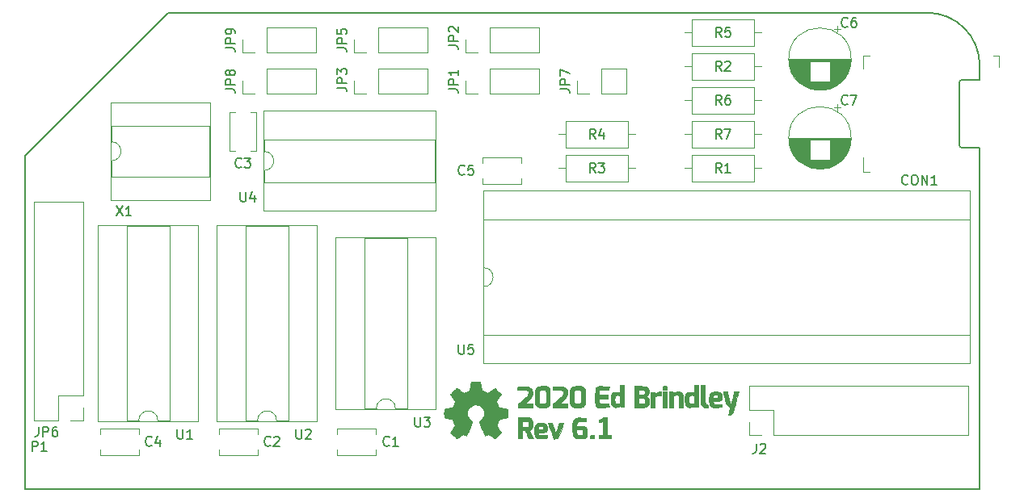
<source format=gbr>
G04 #@! TF.GenerationSoftware,KiCad,Pcbnew,5.1.6*
G04 #@! TF.CreationDate,2020-07-22T22:53:56+01:00*
G04 #@! TF.ProjectId,rc2014-ym2149,72633230-3134-42d7-996d-323134392e6b,5*
G04 #@! TF.SameCoordinates,Original*
G04 #@! TF.FileFunction,Legend,Top*
G04 #@! TF.FilePolarity,Positive*
%FSLAX46Y46*%
G04 Gerber Fmt 4.6, Leading zero omitted, Abs format (unit mm)*
G04 Created by KiCad (PCBNEW 5.1.6) date 2020-07-22 22:53:56*
%MOMM*%
%LPD*%
G01*
G04 APERTURE LIST*
G04 #@! TA.AperFunction,Profile*
%ADD10C,0.150000*%
G04 #@! TD*
%ADD11C,0.010000*%
%ADD12C,0.120000*%
%ADD13C,0.100000*%
%ADD14C,0.150000*%
G04 APERTURE END LIST*
D10*
X160500000Y-121539000D02*
X160500000Y-120000000D01*
X158369000Y-121793000D02*
X158369000Y-128397000D01*
X158369000Y-121793000D02*
G75*
G02*
X158623000Y-121539000I254000J0D01*
G01*
X158623000Y-128651000D02*
G75*
G02*
X158369000Y-128397000I0J254000D01*
G01*
X160500000Y-121539000D02*
X158623000Y-121539000D01*
X160500000Y-128651000D02*
X158623000Y-128651000D01*
X160500000Y-120000000D02*
G75*
G03*
X155000000Y-114500000I-5500000J0D01*
G01*
X60500000Y-129500000D02*
X75500000Y-114500000D01*
X60500000Y-164500000D02*
X160500000Y-164500000D01*
X60500000Y-129500000D02*
X60500000Y-164500000D01*
X155000000Y-114500000D02*
X75500000Y-114500000D01*
X160500000Y-164500000D02*
X160500000Y-128651000D01*
D11*
G36*
X127533958Y-153675120D02*
G01*
X127723900Y-153682700D01*
X127723900Y-154063700D01*
X127517567Y-154071025D01*
X127415368Y-154073780D01*
X127352837Y-154071430D01*
X127318907Y-154061441D01*
X127302510Y-154041280D01*
X127295664Y-154020225D01*
X127281822Y-153931235D01*
X127281723Y-153835247D01*
X127294302Y-153752776D01*
X127311708Y-153711725D01*
X127337662Y-153688609D01*
X127380867Y-153676373D01*
X127453433Y-153673021D01*
X127533958Y-153675120D01*
G37*
X127533958Y-153675120D02*
X127723900Y-153682700D01*
X127723900Y-154063700D01*
X127517567Y-154071025D01*
X127415368Y-154073780D01*
X127352837Y-154071430D01*
X127318907Y-154061441D01*
X127302510Y-154041280D01*
X127295664Y-154020225D01*
X127281822Y-153931235D01*
X127281723Y-153835247D01*
X127294302Y-153752776D01*
X127311708Y-153711725D01*
X127337662Y-153688609D01*
X127380867Y-153676373D01*
X127453433Y-153673021D01*
X127533958Y-153675120D01*
G36*
X132944389Y-154259677D02*
G01*
X133110821Y-154273648D01*
X133235841Y-154299830D01*
X133328147Y-154342082D01*
X133396436Y-154404261D01*
X133445250Y-154481831D01*
X133482956Y-154593663D01*
X133502032Y-154730175D01*
X133501940Y-154871570D01*
X133482143Y-154998050D01*
X133460874Y-155057930D01*
X133424806Y-155119697D01*
X133378407Y-155165400D01*
X133313784Y-155197647D01*
X133223045Y-155219047D01*
X133098296Y-155232209D01*
X132931645Y-155239742D01*
X132908841Y-155240381D01*
X132556582Y-155249807D01*
X132570374Y-155352631D01*
X132592617Y-155433180D01*
X132629772Y-155499940D01*
X132637776Y-155508877D01*
X132661405Y-155529242D01*
X132690401Y-155543570D01*
X132733303Y-155552831D01*
X132798646Y-155557995D01*
X132894968Y-155560030D01*
X133030805Y-155559906D01*
X133084193Y-155559568D01*
X133477000Y-155556836D01*
X133477000Y-155691206D01*
X133476163Y-155757473D01*
X133467734Y-155801698D01*
X133442836Y-155830123D01*
X133392591Y-155848989D01*
X133308122Y-155864540D01*
X133210300Y-155878737D01*
X133069139Y-155893746D01*
X132915564Y-155901505D01*
X132762786Y-155902187D01*
X132624018Y-155895963D01*
X132512472Y-155883005D01*
X132454409Y-155868895D01*
X132366337Y-155831490D01*
X132306980Y-155785849D01*
X132259025Y-155716007D01*
X132232613Y-155664340D01*
X132194530Y-155551247D01*
X132167986Y-155401815D01*
X132153049Y-155229192D01*
X132149785Y-155046526D01*
X132154814Y-154940000D01*
X132556136Y-154940000D01*
X132786154Y-154940000D01*
X132907419Y-154937593D01*
X132987765Y-154929416D01*
X133036888Y-154914036D01*
X133056085Y-154900085D01*
X133087922Y-154837070D01*
X133093442Y-154752810D01*
X133072612Y-154669533D01*
X133056459Y-154640851D01*
X133028208Y-154610125D01*
X132988389Y-154592980D01*
X132922951Y-154585675D01*
X132844496Y-154584400D01*
X132725710Y-154591696D01*
X132647199Y-154618584D01*
X132599895Y-154672560D01*
X132574734Y-154761121D01*
X132568364Y-154812742D01*
X132556136Y-154940000D01*
X132154814Y-154940000D01*
X132158263Y-154866966D01*
X132178550Y-154703660D01*
X132210714Y-154569756D01*
X132226776Y-154527698D01*
X132291918Y-154421996D01*
X132384191Y-154343759D01*
X132508095Y-154291305D01*
X132668132Y-154262951D01*
X132868805Y-154257017D01*
X132944389Y-154259677D01*
G37*
X132944389Y-154259677D02*
X133110821Y-154273648D01*
X133235841Y-154299830D01*
X133328147Y-154342082D01*
X133396436Y-154404261D01*
X133445250Y-154481831D01*
X133482956Y-154593663D01*
X133502032Y-154730175D01*
X133501940Y-154871570D01*
X133482143Y-154998050D01*
X133460874Y-155057930D01*
X133424806Y-155119697D01*
X133378407Y-155165400D01*
X133313784Y-155197647D01*
X133223045Y-155219047D01*
X133098296Y-155232209D01*
X132931645Y-155239742D01*
X132908841Y-155240381D01*
X132556582Y-155249807D01*
X132570374Y-155352631D01*
X132592617Y-155433180D01*
X132629772Y-155499940D01*
X132637776Y-155508877D01*
X132661405Y-155529242D01*
X132690401Y-155543570D01*
X132733303Y-155552831D01*
X132798646Y-155557995D01*
X132894968Y-155560030D01*
X133030805Y-155559906D01*
X133084193Y-155559568D01*
X133477000Y-155556836D01*
X133477000Y-155691206D01*
X133476163Y-155757473D01*
X133467734Y-155801698D01*
X133442836Y-155830123D01*
X133392591Y-155848989D01*
X133308122Y-155864540D01*
X133210300Y-155878737D01*
X133069139Y-155893746D01*
X132915564Y-155901505D01*
X132762786Y-155902187D01*
X132624018Y-155895963D01*
X132512472Y-155883005D01*
X132454409Y-155868895D01*
X132366337Y-155831490D01*
X132306980Y-155785849D01*
X132259025Y-155716007D01*
X132232613Y-155664340D01*
X132194530Y-155551247D01*
X132167986Y-155401815D01*
X132153049Y-155229192D01*
X132149785Y-155046526D01*
X132154814Y-154940000D01*
X132556136Y-154940000D01*
X132786154Y-154940000D01*
X132907419Y-154937593D01*
X132987765Y-154929416D01*
X133036888Y-154914036D01*
X133056085Y-154900085D01*
X133087922Y-154837070D01*
X133093442Y-154752810D01*
X133072612Y-154669533D01*
X133056459Y-154640851D01*
X133028208Y-154610125D01*
X132988389Y-154592980D01*
X132922951Y-154585675D01*
X132844496Y-154584400D01*
X132725710Y-154591696D01*
X132647199Y-154618584D01*
X132599895Y-154672560D01*
X132574734Y-154761121D01*
X132568364Y-154812742D01*
X132556136Y-154940000D01*
X132154814Y-154940000D01*
X132158263Y-154866966D01*
X132178550Y-154703660D01*
X132210714Y-154569756D01*
X132226776Y-154527698D01*
X132291918Y-154421996D01*
X132384191Y-154343759D01*
X132508095Y-154291305D01*
X132668132Y-154262951D01*
X132868805Y-154257017D01*
X132944389Y-154259677D01*
G36*
X131724400Y-153517600D02*
G01*
X131724400Y-154453609D01*
X131725197Y-154735712D01*
X131727563Y-154974660D01*
X131731455Y-155168930D01*
X131736833Y-155317000D01*
X131743654Y-155417346D01*
X131751879Y-155468444D01*
X131751944Y-155468634D01*
X131780424Y-155522026D01*
X131830783Y-155561581D01*
X131910694Y-155596468D01*
X132041900Y-155645287D01*
X132049577Y-155775243D01*
X132057254Y-155905200D01*
X131833677Y-155905160D01*
X131695471Y-155900809D01*
X131595536Y-155886687D01*
X131521988Y-155861102D01*
X131521200Y-155860710D01*
X131438135Y-155795878D01*
X131368800Y-155689300D01*
X131305300Y-155562300D01*
X131297157Y-154539949D01*
X131289015Y-153517599D01*
X131506707Y-153517599D01*
X131724400Y-153517600D01*
G37*
X131724400Y-153517600D02*
X131724400Y-154453609D01*
X131725197Y-154735712D01*
X131727563Y-154974660D01*
X131731455Y-155168930D01*
X131736833Y-155317000D01*
X131743654Y-155417346D01*
X131751879Y-155468444D01*
X131751944Y-155468634D01*
X131780424Y-155522026D01*
X131830783Y-155561581D01*
X131910694Y-155596468D01*
X132041900Y-155645287D01*
X132049577Y-155775243D01*
X132057254Y-155905200D01*
X131833677Y-155905160D01*
X131695471Y-155900809D01*
X131595536Y-155886687D01*
X131521988Y-155861102D01*
X131521200Y-155860710D01*
X131438135Y-155795878D01*
X131368800Y-155689300D01*
X131305300Y-155562300D01*
X131297157Y-154539949D01*
X131289015Y-153517599D01*
X131506707Y-153517599D01*
X131724400Y-153517600D01*
G36*
X131013200Y-155879800D02*
G01*
X130837884Y-155879800D01*
X130745257Y-155878697D01*
X130690573Y-155872270D01*
X130660982Y-155855843D01*
X130643631Y-155824738D01*
X130637098Y-155806734D01*
X130611627Y-155733668D01*
X130454304Y-155811644D01*
X130273423Y-155880833D01*
X130107016Y-155902175D01*
X129955979Y-155875609D01*
X129895600Y-155849242D01*
X129785400Y-155762891D01*
X129701808Y-155633729D01*
X129644980Y-155462315D01*
X129615073Y-155249208D01*
X129614033Y-155155821D01*
X130026367Y-155155821D01*
X130041729Y-155305330D01*
X130072104Y-155421979D01*
X130116080Y-155498602D01*
X130132327Y-155513161D01*
X130203331Y-155538380D01*
X130304231Y-155540574D01*
X130420136Y-155520685D01*
X130515041Y-155488931D01*
X130606800Y-155450592D01*
X130606800Y-154664243D01*
X130473450Y-154634763D01*
X130321178Y-154610274D01*
X130206743Y-154615873D01*
X130125066Y-154655496D01*
X130071067Y-154733083D01*
X130039669Y-154852571D01*
X130027429Y-154980615D01*
X130026367Y-155155821D01*
X129614033Y-155155821D01*
X129612241Y-154994966D01*
X129620197Y-154862814D01*
X129646610Y-154670696D01*
X129693559Y-154522239D01*
X129764216Y-154413362D01*
X129861755Y-154339986D01*
X129989348Y-154298031D01*
X130067689Y-154287359D01*
X130192944Y-154288296D01*
X130338757Y-154306986D01*
X130479837Y-154339311D01*
X130562350Y-154367895D01*
X130578720Y-154371526D01*
X130590504Y-154361960D01*
X130598448Y-154332421D01*
X130603299Y-154276138D01*
X130605805Y-154186338D01*
X130606712Y-154056247D01*
X130606800Y-153964817D01*
X130606800Y-153543000D01*
X131013200Y-153543000D01*
X131013200Y-155879800D01*
G37*
X131013200Y-155879800D02*
X130837884Y-155879800D01*
X130745257Y-155878697D01*
X130690573Y-155872270D01*
X130660982Y-155855843D01*
X130643631Y-155824738D01*
X130637098Y-155806734D01*
X130611627Y-155733668D01*
X130454304Y-155811644D01*
X130273423Y-155880833D01*
X130107016Y-155902175D01*
X129955979Y-155875609D01*
X129895600Y-155849242D01*
X129785400Y-155762891D01*
X129701808Y-155633729D01*
X129644980Y-155462315D01*
X129615073Y-155249208D01*
X129614033Y-155155821D01*
X130026367Y-155155821D01*
X130041729Y-155305330D01*
X130072104Y-155421979D01*
X130116080Y-155498602D01*
X130132327Y-155513161D01*
X130203331Y-155538380D01*
X130304231Y-155540574D01*
X130420136Y-155520685D01*
X130515041Y-155488931D01*
X130606800Y-155450592D01*
X130606800Y-154664243D01*
X130473450Y-154634763D01*
X130321178Y-154610274D01*
X130206743Y-154615873D01*
X130125066Y-154655496D01*
X130071067Y-154733083D01*
X130039669Y-154852571D01*
X130027429Y-154980615D01*
X130026367Y-155155821D01*
X129614033Y-155155821D01*
X129612241Y-154994966D01*
X129620197Y-154862814D01*
X129646610Y-154670696D01*
X129693559Y-154522239D01*
X129764216Y-154413362D01*
X129861755Y-154339986D01*
X129989348Y-154298031D01*
X130067689Y-154287359D01*
X130192944Y-154288296D01*
X130338757Y-154306986D01*
X130479837Y-154339311D01*
X130562350Y-154367895D01*
X130578720Y-154371526D01*
X130590504Y-154361960D01*
X130598448Y-154332421D01*
X130603299Y-154276138D01*
X130605805Y-154186338D01*
X130606712Y-154056247D01*
X130606800Y-153964817D01*
X130606800Y-153543000D01*
X131013200Y-153543000D01*
X131013200Y-155879800D01*
G36*
X128995264Y-154236440D02*
G01*
X129143975Y-154278271D01*
X129159968Y-154285950D01*
X129244217Y-154340341D01*
X129305283Y-154413802D01*
X129336129Y-154469942D01*
X129355313Y-154510394D01*
X129370262Y-154549503D01*
X129381625Y-154594220D01*
X129390050Y-154651499D01*
X129396185Y-154728291D01*
X129400679Y-154831550D01*
X129404181Y-154968227D01*
X129407340Y-155145276D01*
X129408991Y-155250992D01*
X129419024Y-155905200D01*
X128981200Y-155905200D01*
X128981200Y-154683690D01*
X128915679Y-154618169D01*
X128867266Y-154577507D01*
X128817991Y-154562607D01*
X128744819Y-154567117D01*
X128735198Y-154568406D01*
X128636675Y-154592048D01*
X128538935Y-154630507D01*
X128521319Y-154639758D01*
X128422400Y-154695354D01*
X128422400Y-155905200D01*
X127990600Y-155905200D01*
X127990600Y-154254200D01*
X128165318Y-154254200D01*
X128257842Y-154255322D01*
X128312854Y-154261962D01*
X128343642Y-154279026D01*
X128363489Y-154311423D01*
X128371600Y-154330400D01*
X128401374Y-154386501D01*
X128435654Y-154402507D01*
X128487374Y-154380517D01*
X128524750Y-154355265D01*
X128672938Y-154276324D01*
X128834014Y-154236253D01*
X128995264Y-154236440D01*
G37*
X128995264Y-154236440D02*
X129143975Y-154278271D01*
X129159968Y-154285950D01*
X129244217Y-154340341D01*
X129305283Y-154413802D01*
X129336129Y-154469942D01*
X129355313Y-154510394D01*
X129370262Y-154549503D01*
X129381625Y-154594220D01*
X129390050Y-154651499D01*
X129396185Y-154728291D01*
X129400679Y-154831550D01*
X129404181Y-154968227D01*
X129407340Y-155145276D01*
X129408991Y-155250992D01*
X129419024Y-155905200D01*
X128981200Y-155905200D01*
X128981200Y-154683690D01*
X128915679Y-154618169D01*
X128867266Y-154577507D01*
X128817991Y-154562607D01*
X128744819Y-154567117D01*
X128735198Y-154568406D01*
X128636675Y-154592048D01*
X128538935Y-154630507D01*
X128521319Y-154639758D01*
X128422400Y-154695354D01*
X128422400Y-155905200D01*
X127990600Y-155905200D01*
X127990600Y-154254200D01*
X128165318Y-154254200D01*
X128257842Y-154255322D01*
X128312854Y-154261962D01*
X128343642Y-154279026D01*
X128363489Y-154311423D01*
X128371600Y-154330400D01*
X128401374Y-154386501D01*
X128435654Y-154402507D01*
X128487374Y-154380517D01*
X128524750Y-154355265D01*
X128672938Y-154276324D01*
X128834014Y-154236253D01*
X128995264Y-154236440D01*
G36*
X127736600Y-155905200D02*
G01*
X127304800Y-155905200D01*
X127304800Y-154254200D01*
X127736600Y-154254200D01*
X127736600Y-155905200D01*
G37*
X127736600Y-155905200D02*
X127304800Y-155905200D01*
X127304800Y-154254200D01*
X127736600Y-154254200D01*
X127736600Y-155905200D01*
G36*
X127039593Y-154258394D02*
G01*
X127114300Y-154266900D01*
X127129170Y-154693202D01*
X127014310Y-154677459D01*
X126876161Y-154672862D01*
X126741615Y-154693491D01*
X126626934Y-154735650D01*
X126562871Y-154780005D01*
X126492000Y-154847904D01*
X126492000Y-155905200D01*
X126060200Y-155905200D01*
X126060200Y-154279600D01*
X126250700Y-154279600D01*
X126341753Y-154282507D01*
X126409111Y-154290197D01*
X126440366Y-154301123D01*
X126441200Y-154303346D01*
X126449551Y-154343170D01*
X126465579Y-154391215D01*
X126489958Y-154455338D01*
X126618287Y-154368979D01*
X126774919Y-154290442D01*
X126940477Y-154256217D01*
X127039593Y-154258394D01*
G37*
X127039593Y-154258394D02*
X127114300Y-154266900D01*
X127129170Y-154693202D01*
X127014310Y-154677459D01*
X126876161Y-154672862D01*
X126741615Y-154693491D01*
X126626934Y-154735650D01*
X126562871Y-154780005D01*
X126492000Y-154847904D01*
X126492000Y-155905200D01*
X126060200Y-155905200D01*
X126060200Y-154279600D01*
X126250700Y-154279600D01*
X126341753Y-154282507D01*
X126409111Y-154290197D01*
X126440366Y-154301123D01*
X126441200Y-154303346D01*
X126449551Y-154343170D01*
X126465579Y-154391215D01*
X126489958Y-154455338D01*
X126618287Y-154368979D01*
X126774919Y-154290442D01*
X126940477Y-154256217D01*
X127039593Y-154258394D01*
G36*
X124872750Y-153674604D02*
G01*
X125058104Y-153677551D01*
X125200148Y-153680873D01*
X125306369Y-153685296D01*
X125384253Y-153691544D01*
X125441289Y-153700341D01*
X125484965Y-153712413D01*
X125522768Y-153728484D01*
X125544378Y-153739615D01*
X125674715Y-153836043D01*
X125766021Y-153963799D01*
X125816999Y-154120199D01*
X125826350Y-154302559D01*
X125825100Y-154320209D01*
X125796229Y-154479495D01*
X125736233Y-154602757D01*
X125641824Y-154696466D01*
X125629620Y-154704963D01*
X125584881Y-154740547D01*
X125576606Y-154760279D01*
X125584594Y-154762200D01*
X125643804Y-154783304D01*
X125711049Y-154838209D01*
X125773713Y-154914303D01*
X125817691Y-154995186D01*
X125846136Y-155106393D01*
X125858616Y-155244759D01*
X125854532Y-155389020D01*
X125833283Y-155517915D01*
X125832519Y-155520785D01*
X125770401Y-155656523D01*
X125665735Y-155771329D01*
X125568054Y-155836463D01*
X125531071Y-155854657D01*
X125492043Y-155868600D01*
X125443616Y-155878984D01*
X125378432Y-155886500D01*
X125289136Y-155891838D01*
X125168372Y-155895690D01*
X125008784Y-155898745D01*
X124885450Y-155900566D01*
X124307600Y-155908633D01*
X124307600Y-154914600D01*
X124739400Y-154914600D01*
X124739400Y-155524200D01*
X125027072Y-155524200D01*
X125152898Y-155523502D01*
X125238492Y-155520182D01*
X125294417Y-155512403D01*
X125331237Y-155498325D01*
X125359512Y-155476111D01*
X125370978Y-155464342D01*
X125424330Y-155373937D01*
X125447342Y-155260441D01*
X125440364Y-155141244D01*
X125403745Y-155033739D01*
X125361171Y-154975262D01*
X125330996Y-154948563D01*
X125297114Y-154931093D01*
X125248616Y-154920911D01*
X125174589Y-154916077D01*
X125064124Y-154914652D01*
X125019954Y-154914600D01*
X124739400Y-154914600D01*
X124307600Y-154914600D01*
X124307600Y-154051000D01*
X124739400Y-154051000D01*
X124739400Y-154559000D01*
X125002674Y-154559000D01*
X125126292Y-154557681D01*
X125210798Y-154552503D01*
X125267836Y-154541628D01*
X125309055Y-154523221D01*
X125331930Y-154507099D01*
X125385523Y-154441921D01*
X125414071Y-154369054D01*
X125416644Y-154277763D01*
X125396514Y-154185287D01*
X125359462Y-154110257D01*
X125323235Y-154076205D01*
X125279030Y-154065698D01*
X125197085Y-154057338D01*
X125090451Y-154052165D01*
X125007769Y-154051000D01*
X124739400Y-154051000D01*
X124307600Y-154051000D01*
X124307600Y-153666508D01*
X124872750Y-153674604D01*
G37*
X124872750Y-153674604D02*
X125058104Y-153677551D01*
X125200148Y-153680873D01*
X125306369Y-153685296D01*
X125384253Y-153691544D01*
X125441289Y-153700341D01*
X125484965Y-153712413D01*
X125522768Y-153728484D01*
X125544378Y-153739615D01*
X125674715Y-153836043D01*
X125766021Y-153963799D01*
X125816999Y-154120199D01*
X125826350Y-154302559D01*
X125825100Y-154320209D01*
X125796229Y-154479495D01*
X125736233Y-154602757D01*
X125641824Y-154696466D01*
X125629620Y-154704963D01*
X125584881Y-154740547D01*
X125576606Y-154760279D01*
X125584594Y-154762200D01*
X125643804Y-154783304D01*
X125711049Y-154838209D01*
X125773713Y-154914303D01*
X125817691Y-154995186D01*
X125846136Y-155106393D01*
X125858616Y-155244759D01*
X125854532Y-155389020D01*
X125833283Y-155517915D01*
X125832519Y-155520785D01*
X125770401Y-155656523D01*
X125665735Y-155771329D01*
X125568054Y-155836463D01*
X125531071Y-155854657D01*
X125492043Y-155868600D01*
X125443616Y-155878984D01*
X125378432Y-155886500D01*
X125289136Y-155891838D01*
X125168372Y-155895690D01*
X125008784Y-155898745D01*
X124885450Y-155900566D01*
X124307600Y-155908633D01*
X124307600Y-154914600D01*
X124739400Y-154914600D01*
X124739400Y-155524200D01*
X125027072Y-155524200D01*
X125152898Y-155523502D01*
X125238492Y-155520182D01*
X125294417Y-155512403D01*
X125331237Y-155498325D01*
X125359512Y-155476111D01*
X125370978Y-155464342D01*
X125424330Y-155373937D01*
X125447342Y-155260441D01*
X125440364Y-155141244D01*
X125403745Y-155033739D01*
X125361171Y-154975262D01*
X125330996Y-154948563D01*
X125297114Y-154931093D01*
X125248616Y-154920911D01*
X125174589Y-154916077D01*
X125064124Y-154914652D01*
X125019954Y-154914600D01*
X124739400Y-154914600D01*
X124307600Y-154914600D01*
X124307600Y-154051000D01*
X124739400Y-154051000D01*
X124739400Y-154559000D01*
X125002674Y-154559000D01*
X125126292Y-154557681D01*
X125210798Y-154552503D01*
X125267836Y-154541628D01*
X125309055Y-154523221D01*
X125331930Y-154507099D01*
X125385523Y-154441921D01*
X125414071Y-154369054D01*
X125416644Y-154277763D01*
X125396514Y-154185287D01*
X125359462Y-154110257D01*
X125323235Y-154076205D01*
X125279030Y-154065698D01*
X125197085Y-154057338D01*
X125090451Y-154052165D01*
X125007769Y-154051000D01*
X124739400Y-154051000D01*
X124307600Y-154051000D01*
X124307600Y-153666508D01*
X124872750Y-153674604D01*
G36*
X123240800Y-155879800D02*
G01*
X123065484Y-155879800D01*
X122972857Y-155878697D01*
X122918173Y-155872270D01*
X122888582Y-155855843D01*
X122871231Y-155824738D01*
X122864698Y-155806734D01*
X122839227Y-155733668D01*
X122681904Y-155811644D01*
X122501023Y-155880833D01*
X122334616Y-155902175D01*
X122183579Y-155875609D01*
X122123200Y-155849242D01*
X122013000Y-155762891D01*
X121929408Y-155633729D01*
X121872580Y-155462315D01*
X121842673Y-155249208D01*
X121841633Y-155155821D01*
X122253967Y-155155821D01*
X122269329Y-155305330D01*
X122299704Y-155421979D01*
X122343680Y-155498602D01*
X122359927Y-155513161D01*
X122430931Y-155538380D01*
X122531831Y-155540574D01*
X122647736Y-155520685D01*
X122742641Y-155488931D01*
X122834400Y-155450592D01*
X122834400Y-154664243D01*
X122701050Y-154634763D01*
X122548778Y-154610274D01*
X122434343Y-154615873D01*
X122352666Y-154655496D01*
X122298667Y-154733083D01*
X122267269Y-154852571D01*
X122255029Y-154980615D01*
X122253967Y-155155821D01*
X121841633Y-155155821D01*
X121839841Y-154994966D01*
X121847797Y-154862814D01*
X121874210Y-154670696D01*
X121921159Y-154522239D01*
X121991816Y-154413362D01*
X122089355Y-154339986D01*
X122216948Y-154298031D01*
X122295289Y-154287359D01*
X122420544Y-154288296D01*
X122566357Y-154306986D01*
X122707437Y-154339311D01*
X122789950Y-154367895D01*
X122806320Y-154371526D01*
X122818104Y-154361960D01*
X122826048Y-154332421D01*
X122830899Y-154276138D01*
X122833405Y-154186338D01*
X122834312Y-154056247D01*
X122834400Y-153964817D01*
X122834400Y-153543000D01*
X123240800Y-153543000D01*
X123240800Y-155879800D01*
G37*
X123240800Y-155879800D02*
X123065484Y-155879800D01*
X122972857Y-155878697D01*
X122918173Y-155872270D01*
X122888582Y-155855843D01*
X122871231Y-155824738D01*
X122864698Y-155806734D01*
X122839227Y-155733668D01*
X122681904Y-155811644D01*
X122501023Y-155880833D01*
X122334616Y-155902175D01*
X122183579Y-155875609D01*
X122123200Y-155849242D01*
X122013000Y-155762891D01*
X121929408Y-155633729D01*
X121872580Y-155462315D01*
X121842673Y-155249208D01*
X121841633Y-155155821D01*
X122253967Y-155155821D01*
X122269329Y-155305330D01*
X122299704Y-155421979D01*
X122343680Y-155498602D01*
X122359927Y-155513161D01*
X122430931Y-155538380D01*
X122531831Y-155540574D01*
X122647736Y-155520685D01*
X122742641Y-155488931D01*
X122834400Y-155450592D01*
X122834400Y-154664243D01*
X122701050Y-154634763D01*
X122548778Y-154610274D01*
X122434343Y-154615873D01*
X122352666Y-154655496D01*
X122298667Y-154733083D01*
X122267269Y-154852571D01*
X122255029Y-154980615D01*
X122253967Y-155155821D01*
X121841633Y-155155821D01*
X121839841Y-154994966D01*
X121847797Y-154862814D01*
X121874210Y-154670696D01*
X121921159Y-154522239D01*
X121991816Y-154413362D01*
X122089355Y-154339986D01*
X122216948Y-154298031D01*
X122295289Y-154287359D01*
X122420544Y-154288296D01*
X122566357Y-154306986D01*
X122707437Y-154339311D01*
X122789950Y-154367895D01*
X122806320Y-154371526D01*
X122818104Y-154361960D01*
X122826048Y-154332421D01*
X122830899Y-154276138D01*
X122833405Y-154186338D01*
X122834312Y-154056247D01*
X122834400Y-153964817D01*
X122834400Y-153543000D01*
X123240800Y-153543000D01*
X123240800Y-155879800D01*
G36*
X120843788Y-153676012D02*
G01*
X121004352Y-153681340D01*
X121005600Y-153681384D01*
X121159535Y-153687403D01*
X121303707Y-153694209D01*
X121427110Y-153701195D01*
X121518741Y-153707754D01*
X121559141Y-153711909D01*
X121668182Y-153726895D01*
X121660741Y-153895297D01*
X121653300Y-154063700D01*
X121163511Y-154070601D01*
X120673723Y-154077502D01*
X120649161Y-154142104D01*
X120636836Y-154199677D01*
X120628020Y-154288852D01*
X120624600Y-154390458D01*
X120624600Y-154576793D01*
X120857102Y-154593296D01*
X120995953Y-154601268D01*
X121148564Y-154607125D01*
X121284932Y-154609753D01*
X121301602Y-154609800D01*
X121513600Y-154609800D01*
X121513600Y-154959939D01*
X121066691Y-154978557D01*
X120619783Y-154997176D01*
X120628541Y-155220502D01*
X120634741Y-155323122D01*
X120643806Y-155406166D01*
X120654155Y-155456676D01*
X120658393Y-155464964D01*
X120689294Y-155472182D01*
X120762768Y-155479696D01*
X120870595Y-155486958D01*
X121004554Y-155493420D01*
X121156426Y-155498535D01*
X121166393Y-155498800D01*
X121653300Y-155511500D01*
X121660732Y-155679534D01*
X121668165Y-155847568D01*
X121546432Y-155862797D01*
X121455422Y-155871407D01*
X121334810Y-155878872D01*
X121194543Y-155885005D01*
X121044569Y-155889617D01*
X120894834Y-155892520D01*
X120755286Y-155893524D01*
X120635871Y-155892442D01*
X120546537Y-155889084D01*
X120497231Y-155883263D01*
X120495404Y-155882715D01*
X120371573Y-155821419D01*
X120287229Y-155730673D01*
X120256577Y-155668161D01*
X120245181Y-155631992D01*
X120236257Y-155586173D01*
X120229601Y-155524965D01*
X120225007Y-155442628D01*
X120222270Y-155333422D01*
X120221183Y-155191606D01*
X120221541Y-155011441D01*
X120223139Y-154787187D01*
X120223513Y-154744938D01*
X120225720Y-154506964D01*
X120228406Y-154314286D01*
X120232782Y-154161408D01*
X120240059Y-154042831D01*
X120251450Y-153953058D01*
X120268166Y-153886590D01*
X120291419Y-153837931D01*
X120322420Y-153801581D01*
X120362382Y-153772044D01*
X120412515Y-153743822D01*
X120448286Y-153725072D01*
X120490959Y-153703772D01*
X120531100Y-153688648D01*
X120577582Y-153679006D01*
X120639276Y-153674150D01*
X120725054Y-153673383D01*
X120843788Y-153676012D01*
G37*
X120843788Y-153676012D02*
X121004352Y-153681340D01*
X121005600Y-153681384D01*
X121159535Y-153687403D01*
X121303707Y-153694209D01*
X121427110Y-153701195D01*
X121518741Y-153707754D01*
X121559141Y-153711909D01*
X121668182Y-153726895D01*
X121660741Y-153895297D01*
X121653300Y-154063700D01*
X121163511Y-154070601D01*
X120673723Y-154077502D01*
X120649161Y-154142104D01*
X120636836Y-154199677D01*
X120628020Y-154288852D01*
X120624600Y-154390458D01*
X120624600Y-154576793D01*
X120857102Y-154593296D01*
X120995953Y-154601268D01*
X121148564Y-154607125D01*
X121284932Y-154609753D01*
X121301602Y-154609800D01*
X121513600Y-154609800D01*
X121513600Y-154959939D01*
X121066691Y-154978557D01*
X120619783Y-154997176D01*
X120628541Y-155220502D01*
X120634741Y-155323122D01*
X120643806Y-155406166D01*
X120654155Y-155456676D01*
X120658393Y-155464964D01*
X120689294Y-155472182D01*
X120762768Y-155479696D01*
X120870595Y-155486958D01*
X121004554Y-155493420D01*
X121156426Y-155498535D01*
X121166393Y-155498800D01*
X121653300Y-155511500D01*
X121660732Y-155679534D01*
X121668165Y-155847568D01*
X121546432Y-155862797D01*
X121455422Y-155871407D01*
X121334810Y-155878872D01*
X121194543Y-155885005D01*
X121044569Y-155889617D01*
X120894834Y-155892520D01*
X120755286Y-155893524D01*
X120635871Y-155892442D01*
X120546537Y-155889084D01*
X120497231Y-155883263D01*
X120495404Y-155882715D01*
X120371573Y-155821419D01*
X120287229Y-155730673D01*
X120256577Y-155668161D01*
X120245181Y-155631992D01*
X120236257Y-155586173D01*
X120229601Y-155524965D01*
X120225007Y-155442628D01*
X120222270Y-155333422D01*
X120221183Y-155191606D01*
X120221541Y-155011441D01*
X120223139Y-154787187D01*
X120223513Y-154744938D01*
X120225720Y-154506964D01*
X120228406Y-154314286D01*
X120232782Y-154161408D01*
X120240059Y-154042831D01*
X120251450Y-153953058D01*
X120268166Y-153886590D01*
X120291419Y-153837931D01*
X120322420Y-153801581D01*
X120362382Y-153772044D01*
X120412515Y-153743822D01*
X120448286Y-153725072D01*
X120490959Y-153703772D01*
X120531100Y-153688648D01*
X120577582Y-153679006D01*
X120639276Y-153674150D01*
X120725054Y-153673383D01*
X120843788Y-153676012D01*
G36*
X118687602Y-153679300D02*
G01*
X118805774Y-153695661D01*
X118896729Y-153724063D01*
X118968218Y-153766599D01*
X119027992Y-153825360D01*
X119061621Y-153869507D01*
X119138700Y-153979176D01*
X119138700Y-155591409D01*
X119071116Y-155693535D01*
X119020901Y-155760847D01*
X118966145Y-155811399D01*
X118898773Y-155847665D01*
X118810711Y-155872121D01*
X118693885Y-155887242D01*
X118540219Y-155895502D01*
X118402100Y-155898593D01*
X118223971Y-155899680D01*
X118089247Y-155896589D01*
X117990673Y-155888894D01*
X117920990Y-155876167D01*
X117897586Y-155868852D01*
X117765552Y-155795630D01*
X117668467Y-155685744D01*
X117611951Y-155556605D01*
X117599856Y-155505933D01*
X117590732Y-155443561D01*
X117584336Y-155362963D01*
X117580424Y-155257616D01*
X117578754Y-155120996D01*
X117579081Y-154946578D01*
X117581133Y-154730399D01*
X117582302Y-154635667D01*
X118008268Y-154635667D01*
X118008400Y-154779383D01*
X118009596Y-154987465D01*
X118013078Y-155159994D01*
X118018687Y-155293146D01*
X118026262Y-155383100D01*
X118035460Y-155425702D01*
X118069762Y-155469341D01*
X118122985Y-155497919D01*
X118203915Y-155513605D01*
X118321338Y-155518562D01*
X118407584Y-155517427D01*
X118527334Y-155512283D01*
X118607146Y-155502787D01*
X118657824Y-155486953D01*
X118686984Y-155466123D01*
X118701091Y-155448064D01*
X118711951Y-155421502D01*
X118719980Y-155380182D01*
X118725596Y-155317848D01*
X118729217Y-155228246D01*
X118731261Y-155105120D01*
X118732146Y-154942217D01*
X118732300Y-154787565D01*
X118732630Y-154576724D01*
X118731818Y-154411203D01*
X118727160Y-154285543D01*
X118715951Y-154194288D01*
X118695486Y-154131982D01*
X118663061Y-154093166D01*
X118615971Y-154072385D01*
X118551512Y-154064181D01*
X118466980Y-154063097D01*
X118373548Y-154063700D01*
X118266759Y-154063422D01*
X118183074Y-154066259D01*
X118119683Y-154077715D01*
X118073778Y-154103294D01*
X118042552Y-154148499D01*
X118023197Y-154218835D01*
X118012903Y-154319805D01*
X118008863Y-154456915D01*
X118008268Y-154635667D01*
X117582302Y-154635667D01*
X117583670Y-154524826D01*
X117586246Y-154363518D01*
X117589439Y-154239942D01*
X117593833Y-154147566D01*
X117600008Y-154079857D01*
X117608544Y-154030283D01*
X117620024Y-153992311D01*
X117635028Y-153959410D01*
X117652527Y-153927859D01*
X117736524Y-153822170D01*
X117830327Y-153750059D01*
X117876923Y-153724261D01*
X117921398Y-153705780D01*
X117973574Y-153693151D01*
X118043275Y-153684910D01*
X118140323Y-153679595D01*
X118274542Y-153675742D01*
X118338600Y-153674329D01*
X118534461Y-153672887D01*
X118687602Y-153679300D01*
G37*
X118687602Y-153679300D02*
X118805774Y-153695661D01*
X118896729Y-153724063D01*
X118968218Y-153766599D01*
X119027992Y-153825360D01*
X119061621Y-153869507D01*
X119138700Y-153979176D01*
X119138700Y-155591409D01*
X119071116Y-155693535D01*
X119020901Y-155760847D01*
X118966145Y-155811399D01*
X118898773Y-155847665D01*
X118810711Y-155872121D01*
X118693885Y-155887242D01*
X118540219Y-155895502D01*
X118402100Y-155898593D01*
X118223971Y-155899680D01*
X118089247Y-155896589D01*
X117990673Y-155888894D01*
X117920990Y-155876167D01*
X117897586Y-155868852D01*
X117765552Y-155795630D01*
X117668467Y-155685744D01*
X117611951Y-155556605D01*
X117599856Y-155505933D01*
X117590732Y-155443561D01*
X117584336Y-155362963D01*
X117580424Y-155257616D01*
X117578754Y-155120996D01*
X117579081Y-154946578D01*
X117581133Y-154730399D01*
X117582302Y-154635667D01*
X118008268Y-154635667D01*
X118008400Y-154779383D01*
X118009596Y-154987465D01*
X118013078Y-155159994D01*
X118018687Y-155293146D01*
X118026262Y-155383100D01*
X118035460Y-155425702D01*
X118069762Y-155469341D01*
X118122985Y-155497919D01*
X118203915Y-155513605D01*
X118321338Y-155518562D01*
X118407584Y-155517427D01*
X118527334Y-155512283D01*
X118607146Y-155502787D01*
X118657824Y-155486953D01*
X118686984Y-155466123D01*
X118701091Y-155448064D01*
X118711951Y-155421502D01*
X118719980Y-155380182D01*
X118725596Y-155317848D01*
X118729217Y-155228246D01*
X118731261Y-155105120D01*
X118732146Y-154942217D01*
X118732300Y-154787565D01*
X118732630Y-154576724D01*
X118731818Y-154411203D01*
X118727160Y-154285543D01*
X118715951Y-154194288D01*
X118695486Y-154131982D01*
X118663061Y-154093166D01*
X118615971Y-154072385D01*
X118551512Y-154064181D01*
X118466980Y-154063097D01*
X118373548Y-154063700D01*
X118266759Y-154063422D01*
X118183074Y-154066259D01*
X118119683Y-154077715D01*
X118073778Y-154103294D01*
X118042552Y-154148499D01*
X118023197Y-154218835D01*
X118012903Y-154319805D01*
X118008863Y-154456915D01*
X118008268Y-154635667D01*
X117582302Y-154635667D01*
X117583670Y-154524826D01*
X117586246Y-154363518D01*
X117589439Y-154239942D01*
X117593833Y-154147566D01*
X117600008Y-154079857D01*
X117608544Y-154030283D01*
X117620024Y-153992311D01*
X117635028Y-153959410D01*
X117652527Y-153927859D01*
X117736524Y-153822170D01*
X117830327Y-153750059D01*
X117876923Y-153724261D01*
X117921398Y-153705780D01*
X117973574Y-153693151D01*
X118043275Y-153684910D01*
X118140323Y-153679595D01*
X118274542Y-153675742D01*
X118338600Y-153674329D01*
X118534461Y-153672887D01*
X118687602Y-153679300D01*
G36*
X116645405Y-153698961D02*
G01*
X116777430Y-153706986D01*
X116876024Y-153720409D01*
X116900553Y-153726447D01*
X117004661Y-153777613D01*
X117109028Y-153862316D01*
X117198812Y-153965588D01*
X117259171Y-154072461D01*
X117267482Y-154096485D01*
X117297611Y-154273386D01*
X117291113Y-154460474D01*
X117248815Y-154634297D01*
X117248475Y-154635200D01*
X117168777Y-154795560D01*
X117047632Y-154969494D01*
X116890331Y-155150672D01*
X116702164Y-155332767D01*
X116573862Y-155442098D01*
X116472825Y-155524200D01*
X117322600Y-155524200D01*
X117322600Y-155905200D01*
X115773200Y-155905200D01*
X115773200Y-155534694D01*
X115982667Y-155383397D01*
X116075538Y-155311053D01*
X116191490Y-155212808D01*
X116318387Y-155099371D01*
X116444092Y-154981451D01*
X116499538Y-154927300D01*
X116624666Y-154800918D01*
X116717149Y-154701487D01*
X116782466Y-154622382D01*
X116826098Y-154556982D01*
X116852949Y-154500206D01*
X116882498Y-154369298D01*
X116867432Y-154256433D01*
X116808569Y-154165694D01*
X116781072Y-154142333D01*
X116752253Y-154123569D01*
X116718265Y-154109565D01*
X116671297Y-154099457D01*
X116603540Y-154092381D01*
X116507182Y-154087473D01*
X116374412Y-154083869D01*
X116228622Y-154081210D01*
X115747800Y-154073320D01*
X115747800Y-153924172D01*
X115748132Y-153853896D01*
X115754815Y-153806426D01*
X115776380Y-153775770D01*
X115821354Y-153755933D01*
X115898268Y-153740924D01*
X116015652Y-153724749D01*
X116035387Y-153722106D01*
X116174940Y-153707906D01*
X116331540Y-153699357D01*
X116492569Y-153696397D01*
X116645405Y-153698961D01*
G37*
X116645405Y-153698961D02*
X116777430Y-153706986D01*
X116876024Y-153720409D01*
X116900553Y-153726447D01*
X117004661Y-153777613D01*
X117109028Y-153862316D01*
X117198812Y-153965588D01*
X117259171Y-154072461D01*
X117267482Y-154096485D01*
X117297611Y-154273386D01*
X117291113Y-154460474D01*
X117248815Y-154634297D01*
X117248475Y-154635200D01*
X117168777Y-154795560D01*
X117047632Y-154969494D01*
X116890331Y-155150672D01*
X116702164Y-155332767D01*
X116573862Y-155442098D01*
X116472825Y-155524200D01*
X117322600Y-155524200D01*
X117322600Y-155905200D01*
X115773200Y-155905200D01*
X115773200Y-155534694D01*
X115982667Y-155383397D01*
X116075538Y-155311053D01*
X116191490Y-155212808D01*
X116318387Y-155099371D01*
X116444092Y-154981451D01*
X116499538Y-154927300D01*
X116624666Y-154800918D01*
X116717149Y-154701487D01*
X116782466Y-154622382D01*
X116826098Y-154556982D01*
X116852949Y-154500206D01*
X116882498Y-154369298D01*
X116867432Y-154256433D01*
X116808569Y-154165694D01*
X116781072Y-154142333D01*
X116752253Y-154123569D01*
X116718265Y-154109565D01*
X116671297Y-154099457D01*
X116603540Y-154092381D01*
X116507182Y-154087473D01*
X116374412Y-154083869D01*
X116228622Y-154081210D01*
X115747800Y-154073320D01*
X115747800Y-153924172D01*
X115748132Y-153853896D01*
X115754815Y-153806426D01*
X115776380Y-153775770D01*
X115821354Y-153755933D01*
X115898268Y-153740924D01*
X116015652Y-153724749D01*
X116035387Y-153722106D01*
X116174940Y-153707906D01*
X116331540Y-153699357D01*
X116492569Y-153696397D01*
X116645405Y-153698961D01*
G36*
X115030002Y-153679300D02*
G01*
X115148174Y-153695661D01*
X115239129Y-153724063D01*
X115310618Y-153766599D01*
X115370392Y-153825360D01*
X115404021Y-153869507D01*
X115481100Y-153979176D01*
X115481100Y-155591409D01*
X115413516Y-155693535D01*
X115363301Y-155760847D01*
X115308545Y-155811399D01*
X115241173Y-155847665D01*
X115153111Y-155872121D01*
X115036285Y-155887242D01*
X114882619Y-155895502D01*
X114744500Y-155898593D01*
X114566371Y-155899680D01*
X114431647Y-155896589D01*
X114333073Y-155888894D01*
X114263390Y-155876167D01*
X114239986Y-155868852D01*
X114107952Y-155795630D01*
X114010867Y-155685744D01*
X113954351Y-155556605D01*
X113942256Y-155505933D01*
X113933132Y-155443561D01*
X113926736Y-155362963D01*
X113922824Y-155257616D01*
X113921154Y-155120996D01*
X113921481Y-154946578D01*
X113923533Y-154730399D01*
X113924702Y-154635667D01*
X114350668Y-154635667D01*
X114350800Y-154779383D01*
X114351996Y-154987465D01*
X114355478Y-155159994D01*
X114361087Y-155293146D01*
X114368662Y-155383100D01*
X114377860Y-155425702D01*
X114412162Y-155469341D01*
X114465385Y-155497919D01*
X114546315Y-155513605D01*
X114663738Y-155518562D01*
X114749984Y-155517427D01*
X114869734Y-155512283D01*
X114949546Y-155502787D01*
X115000224Y-155486953D01*
X115029384Y-155466123D01*
X115043491Y-155448064D01*
X115054351Y-155421502D01*
X115062380Y-155380182D01*
X115067996Y-155317848D01*
X115071617Y-155228246D01*
X115073661Y-155105120D01*
X115074546Y-154942217D01*
X115074700Y-154787565D01*
X115075030Y-154576724D01*
X115074218Y-154411203D01*
X115069560Y-154285543D01*
X115058351Y-154194288D01*
X115037886Y-154131982D01*
X115005461Y-154093166D01*
X114958371Y-154072385D01*
X114893912Y-154064181D01*
X114809380Y-154063097D01*
X114715948Y-154063700D01*
X114609159Y-154063422D01*
X114525474Y-154066259D01*
X114462083Y-154077715D01*
X114416178Y-154103294D01*
X114384952Y-154148499D01*
X114365597Y-154218835D01*
X114355303Y-154319805D01*
X114351263Y-154456915D01*
X114350668Y-154635667D01*
X113924702Y-154635667D01*
X113926070Y-154524826D01*
X113928646Y-154363518D01*
X113931839Y-154239942D01*
X113936233Y-154147566D01*
X113942408Y-154079857D01*
X113950944Y-154030283D01*
X113962424Y-153992311D01*
X113977428Y-153959410D01*
X113994927Y-153927859D01*
X114078924Y-153822170D01*
X114172727Y-153750059D01*
X114219323Y-153724261D01*
X114263798Y-153705780D01*
X114315974Y-153693151D01*
X114385675Y-153684910D01*
X114482723Y-153679595D01*
X114616942Y-153675742D01*
X114681000Y-153674329D01*
X114876861Y-153672887D01*
X115030002Y-153679300D01*
G37*
X115030002Y-153679300D02*
X115148174Y-153695661D01*
X115239129Y-153724063D01*
X115310618Y-153766599D01*
X115370392Y-153825360D01*
X115404021Y-153869507D01*
X115481100Y-153979176D01*
X115481100Y-155591409D01*
X115413516Y-155693535D01*
X115363301Y-155760847D01*
X115308545Y-155811399D01*
X115241173Y-155847665D01*
X115153111Y-155872121D01*
X115036285Y-155887242D01*
X114882619Y-155895502D01*
X114744500Y-155898593D01*
X114566371Y-155899680D01*
X114431647Y-155896589D01*
X114333073Y-155888894D01*
X114263390Y-155876167D01*
X114239986Y-155868852D01*
X114107952Y-155795630D01*
X114010867Y-155685744D01*
X113954351Y-155556605D01*
X113942256Y-155505933D01*
X113933132Y-155443561D01*
X113926736Y-155362963D01*
X113922824Y-155257616D01*
X113921154Y-155120996D01*
X113921481Y-154946578D01*
X113923533Y-154730399D01*
X113924702Y-154635667D01*
X114350668Y-154635667D01*
X114350800Y-154779383D01*
X114351996Y-154987465D01*
X114355478Y-155159994D01*
X114361087Y-155293146D01*
X114368662Y-155383100D01*
X114377860Y-155425702D01*
X114412162Y-155469341D01*
X114465385Y-155497919D01*
X114546315Y-155513605D01*
X114663738Y-155518562D01*
X114749984Y-155517427D01*
X114869734Y-155512283D01*
X114949546Y-155502787D01*
X115000224Y-155486953D01*
X115029384Y-155466123D01*
X115043491Y-155448064D01*
X115054351Y-155421502D01*
X115062380Y-155380182D01*
X115067996Y-155317848D01*
X115071617Y-155228246D01*
X115073661Y-155105120D01*
X115074546Y-154942217D01*
X115074700Y-154787565D01*
X115075030Y-154576724D01*
X115074218Y-154411203D01*
X115069560Y-154285543D01*
X115058351Y-154194288D01*
X115037886Y-154131982D01*
X115005461Y-154093166D01*
X114958371Y-154072385D01*
X114893912Y-154064181D01*
X114809380Y-154063097D01*
X114715948Y-154063700D01*
X114609159Y-154063422D01*
X114525474Y-154066259D01*
X114462083Y-154077715D01*
X114416178Y-154103294D01*
X114384952Y-154148499D01*
X114365597Y-154218835D01*
X114355303Y-154319805D01*
X114351263Y-154456915D01*
X114350668Y-154635667D01*
X113924702Y-154635667D01*
X113926070Y-154524826D01*
X113928646Y-154363518D01*
X113931839Y-154239942D01*
X113936233Y-154147566D01*
X113942408Y-154079857D01*
X113950944Y-154030283D01*
X113962424Y-153992311D01*
X113977428Y-153959410D01*
X113994927Y-153927859D01*
X114078924Y-153822170D01*
X114172727Y-153750059D01*
X114219323Y-153724261D01*
X114263798Y-153705780D01*
X114315974Y-153693151D01*
X114385675Y-153684910D01*
X114482723Y-153679595D01*
X114616942Y-153675742D01*
X114681000Y-153674329D01*
X114876861Y-153672887D01*
X115030002Y-153679300D01*
G36*
X112987805Y-153698961D02*
G01*
X113119830Y-153706986D01*
X113218424Y-153720409D01*
X113242953Y-153726447D01*
X113347061Y-153777613D01*
X113451428Y-153862316D01*
X113541212Y-153965588D01*
X113601571Y-154072461D01*
X113609882Y-154096485D01*
X113640011Y-154273386D01*
X113633513Y-154460474D01*
X113591215Y-154634297D01*
X113590875Y-154635200D01*
X113511177Y-154795560D01*
X113390032Y-154969494D01*
X113232731Y-155150672D01*
X113044564Y-155332767D01*
X112916262Y-155442098D01*
X112815225Y-155524200D01*
X113665000Y-155524200D01*
X113665000Y-155905200D01*
X112115600Y-155905200D01*
X112115600Y-155534694D01*
X112325067Y-155383397D01*
X112417938Y-155311053D01*
X112533890Y-155212808D01*
X112660787Y-155099371D01*
X112786492Y-154981451D01*
X112841938Y-154927300D01*
X112967066Y-154800918D01*
X113059549Y-154701487D01*
X113124866Y-154622382D01*
X113168498Y-154556982D01*
X113195349Y-154500206D01*
X113224898Y-154369298D01*
X113209832Y-154256433D01*
X113150969Y-154165694D01*
X113123472Y-154142333D01*
X113094653Y-154123569D01*
X113060665Y-154109565D01*
X113013697Y-154099457D01*
X112945940Y-154092381D01*
X112849582Y-154087473D01*
X112716812Y-154083869D01*
X112571022Y-154081210D01*
X112090200Y-154073320D01*
X112090200Y-153924172D01*
X112090532Y-153853896D01*
X112097215Y-153806426D01*
X112118780Y-153775770D01*
X112163754Y-153755933D01*
X112240668Y-153740924D01*
X112358052Y-153724749D01*
X112377787Y-153722106D01*
X112517340Y-153707906D01*
X112673940Y-153699357D01*
X112834969Y-153696397D01*
X112987805Y-153698961D01*
G37*
X112987805Y-153698961D02*
X113119830Y-153706986D01*
X113218424Y-153720409D01*
X113242953Y-153726447D01*
X113347061Y-153777613D01*
X113451428Y-153862316D01*
X113541212Y-153965588D01*
X113601571Y-154072461D01*
X113609882Y-154096485D01*
X113640011Y-154273386D01*
X113633513Y-154460474D01*
X113591215Y-154634297D01*
X113590875Y-154635200D01*
X113511177Y-154795560D01*
X113390032Y-154969494D01*
X113232731Y-155150672D01*
X113044564Y-155332767D01*
X112916262Y-155442098D01*
X112815225Y-155524200D01*
X113665000Y-155524200D01*
X113665000Y-155905200D01*
X112115600Y-155905200D01*
X112115600Y-155534694D01*
X112325067Y-155383397D01*
X112417938Y-155311053D01*
X112533890Y-155212808D01*
X112660787Y-155099371D01*
X112786492Y-154981451D01*
X112841938Y-154927300D01*
X112967066Y-154800918D01*
X113059549Y-154701487D01*
X113124866Y-154622382D01*
X113168498Y-154556982D01*
X113195349Y-154500206D01*
X113224898Y-154369298D01*
X113209832Y-154256433D01*
X113150969Y-154165694D01*
X113123472Y-154142333D01*
X113094653Y-154123569D01*
X113060665Y-154109565D01*
X113013697Y-154099457D01*
X112945940Y-154092381D01*
X112849582Y-154087473D01*
X112716812Y-154083869D01*
X112571022Y-154081210D01*
X112090200Y-154073320D01*
X112090200Y-153924172D01*
X112090532Y-153853896D01*
X112097215Y-153806426D01*
X112118780Y-153775770D01*
X112163754Y-153755933D01*
X112240668Y-153740924D01*
X112358052Y-153724749D01*
X112377787Y-153722106D01*
X112517340Y-153707906D01*
X112673940Y-153699357D01*
X112834969Y-153696397D01*
X112987805Y-153698961D01*
G36*
X135225024Y-154258251D02*
G01*
X135229358Y-154259561D01*
X135223041Y-154284869D01*
X135205084Y-154354208D01*
X135176820Y-154462490D01*
X135139582Y-154604632D01*
X135094705Y-154775547D01*
X135043520Y-154970149D01*
X134987362Y-155183354D01*
X134953268Y-155312657D01*
X134886123Y-155566906D01*
X134830262Y-155777000D01*
X134784065Y-155947918D01*
X134745915Y-156084639D01*
X134714191Y-156192142D01*
X134687274Y-156275406D01*
X134663546Y-156339410D01*
X134641388Y-156389132D01*
X134619180Y-156429553D01*
X134595303Y-156465651D01*
X134568138Y-156502405D01*
X134565065Y-156506457D01*
X134505053Y-156583098D01*
X134460511Y-156627976D01*
X134416983Y-156650376D01*
X134360011Y-156659584D01*
X134322726Y-156662098D01*
X134246618Y-156662791D01*
X134194041Y-156656255D01*
X134180732Y-156649398D01*
X134183115Y-156619166D01*
X134197518Y-156548935D01*
X134221872Y-156447516D01*
X134254110Y-156323717D01*
X134275991Y-156243740D01*
X134383259Y-155858380D01*
X134275190Y-155831168D01*
X134153694Y-155780344D01*
X134046673Y-155698870D01*
X133973394Y-155602516D01*
X133957198Y-155559306D01*
X133930672Y-155474630D01*
X133896050Y-155356243D01*
X133855566Y-155211901D01*
X133811455Y-155049360D01*
X133782201Y-154938792D01*
X133738044Y-154770375D01*
X133697641Y-154616633D01*
X133662940Y-154484942D01*
X133635886Y-154382684D01*
X133618427Y-154317237D01*
X133613059Y-154297631D01*
X133610951Y-154276016D01*
X133626003Y-154263178D01*
X133667279Y-154257475D01*
X133743844Y-154257269D01*
X133823701Y-154259531D01*
X134047473Y-154266900D01*
X134180200Y-154813000D01*
X134228515Y-155010717D01*
X134267131Y-155164507D01*
X134298068Y-155279871D01*
X134323345Y-155362310D01*
X134344982Y-155417328D01*
X134364998Y-155450426D01*
X134385413Y-155467106D01*
X134408246Y-155472870D01*
X134422605Y-155473381D01*
X134441287Y-155470632D01*
X134458180Y-155458593D01*
X134475293Y-155431555D01*
X134494635Y-155383808D01*
X134518213Y-155309644D01*
X134548035Y-155203352D01*
X134586111Y-155059225D01*
X134634449Y-154871552D01*
X134634813Y-154870131D01*
X134789326Y-154266900D01*
X135009463Y-154259561D01*
X135108009Y-154257056D01*
X135183702Y-154256620D01*
X135225024Y-154258251D01*
G37*
X135225024Y-154258251D02*
X135229358Y-154259561D01*
X135223041Y-154284869D01*
X135205084Y-154354208D01*
X135176820Y-154462490D01*
X135139582Y-154604632D01*
X135094705Y-154775547D01*
X135043520Y-154970149D01*
X134987362Y-155183354D01*
X134953268Y-155312657D01*
X134886123Y-155566906D01*
X134830262Y-155777000D01*
X134784065Y-155947918D01*
X134745915Y-156084639D01*
X134714191Y-156192142D01*
X134687274Y-156275406D01*
X134663546Y-156339410D01*
X134641388Y-156389132D01*
X134619180Y-156429553D01*
X134595303Y-156465651D01*
X134568138Y-156502405D01*
X134565065Y-156506457D01*
X134505053Y-156583098D01*
X134460511Y-156627976D01*
X134416983Y-156650376D01*
X134360011Y-156659584D01*
X134322726Y-156662098D01*
X134246618Y-156662791D01*
X134194041Y-156656255D01*
X134180732Y-156649398D01*
X134183115Y-156619166D01*
X134197518Y-156548935D01*
X134221872Y-156447516D01*
X134254110Y-156323717D01*
X134275991Y-156243740D01*
X134383259Y-155858380D01*
X134275190Y-155831168D01*
X134153694Y-155780344D01*
X134046673Y-155698870D01*
X133973394Y-155602516D01*
X133957198Y-155559306D01*
X133930672Y-155474630D01*
X133896050Y-155356243D01*
X133855566Y-155211901D01*
X133811455Y-155049360D01*
X133782201Y-154938792D01*
X133738044Y-154770375D01*
X133697641Y-154616633D01*
X133662940Y-154484942D01*
X133635886Y-154382684D01*
X133618427Y-154317237D01*
X133613059Y-154297631D01*
X133610951Y-154276016D01*
X133626003Y-154263178D01*
X133667279Y-154257475D01*
X133743844Y-154257269D01*
X133823701Y-154259531D01*
X134047473Y-154266900D01*
X134180200Y-154813000D01*
X134228515Y-155010717D01*
X134267131Y-155164507D01*
X134298068Y-155279871D01*
X134323345Y-155362310D01*
X134344982Y-155417328D01*
X134364998Y-155450426D01*
X134385413Y-155467106D01*
X134408246Y-155472870D01*
X134422605Y-155473381D01*
X134441287Y-155470632D01*
X134458180Y-155458593D01*
X134475293Y-155431555D01*
X134494635Y-155383808D01*
X134518213Y-155309644D01*
X134548035Y-155203352D01*
X134586111Y-155059225D01*
X134634449Y-154871552D01*
X134634813Y-154870131D01*
X134789326Y-154266900D01*
X135009463Y-154259561D01*
X135108009Y-154257056D01*
X135183702Y-154256620D01*
X135225024Y-154258251D01*
G36*
X121488200Y-158826200D02*
G01*
X121920000Y-158826200D01*
X121920000Y-159181800D01*
X120624600Y-159181800D01*
X120624600Y-158826200D01*
X121056400Y-158826200D01*
X121056400Y-158102300D01*
X121056186Y-157916469D01*
X121055583Y-157748321D01*
X121054646Y-157604221D01*
X121053431Y-157490533D01*
X121051994Y-157413621D01*
X121050391Y-157379852D01*
X121050050Y-157378835D01*
X121024294Y-157385004D01*
X120961754Y-157400963D01*
X120874767Y-157423555D01*
X120853200Y-157429200D01*
X120760315Y-157452993D01*
X120686978Y-157470753D01*
X120646602Y-157479257D01*
X120643650Y-157479564D01*
X120633157Y-157456863D01*
X120626238Y-157397914D01*
X120624600Y-157342208D01*
X120624600Y-157204417D01*
X120849864Y-157075508D01*
X120953683Y-157017098D01*
X121029306Y-156979680D01*
X121092377Y-156958584D01*
X121158540Y-156949140D01*
X121243440Y-156946677D01*
X121281664Y-156946600D01*
X121488200Y-156946600D01*
X121488200Y-158826200D01*
G37*
X121488200Y-158826200D02*
X121920000Y-158826200D01*
X121920000Y-159181800D01*
X120624600Y-159181800D01*
X120624600Y-158826200D01*
X121056400Y-158826200D01*
X121056400Y-158102300D01*
X121056186Y-157916469D01*
X121055583Y-157748321D01*
X121054646Y-157604221D01*
X121053431Y-157490533D01*
X121051994Y-157413621D01*
X121050391Y-157379852D01*
X121050050Y-157378835D01*
X121024294Y-157385004D01*
X120961754Y-157400963D01*
X120874767Y-157423555D01*
X120853200Y-157429200D01*
X120760315Y-157452993D01*
X120686978Y-157470753D01*
X120646602Y-157479257D01*
X120643650Y-157479564D01*
X120633157Y-157456863D01*
X120626238Y-157397914D01*
X120624600Y-157342208D01*
X120624600Y-157204417D01*
X120849864Y-157075508D01*
X120953683Y-157017098D01*
X121029306Y-156979680D01*
X121092377Y-156958584D01*
X121158540Y-156949140D01*
X121243440Y-156946677D01*
X121281664Y-156946600D01*
X121488200Y-156946600D01*
X121488200Y-158826200D01*
G36*
X120067694Y-158791122D02*
G01*
X120101329Y-158825723D01*
X120114200Y-158891377D01*
X120116211Y-158970172D01*
X120114129Y-159073483D01*
X120100541Y-159136161D01*
X120065561Y-159168344D01*
X119999301Y-159180174D01*
X119909885Y-159181800D01*
X119804177Y-159177981D01*
X119742810Y-159165803D01*
X119720795Y-159147374D01*
X119715021Y-159105162D01*
X119713207Y-159029728D01*
X119715242Y-158950524D01*
X119722900Y-158788100D01*
X119898426Y-158780496D01*
X120003368Y-158778927D01*
X120067694Y-158791122D01*
G37*
X120067694Y-158791122D02*
X120101329Y-158825723D01*
X120114200Y-158891377D01*
X120116211Y-158970172D01*
X120114129Y-159073483D01*
X120100541Y-159136161D01*
X120065561Y-159168344D01*
X119999301Y-159180174D01*
X119909885Y-159181800D01*
X119804177Y-159177981D01*
X119742810Y-159165803D01*
X119720795Y-159147374D01*
X119715021Y-159105162D01*
X119713207Y-159029728D01*
X119715242Y-158950524D01*
X119722900Y-158788100D01*
X119898426Y-158780496D01*
X120003368Y-158778927D01*
X120067694Y-158791122D01*
G36*
X118628822Y-156977555D02*
G01*
X118777367Y-156982620D01*
X118924376Y-156990329D01*
X119056815Y-157000226D01*
X119161648Y-157011854D01*
X119170450Y-157013146D01*
X119278400Y-157029488D01*
X119278400Y-157353000D01*
X118869571Y-157353000D01*
X118714326Y-157353525D01*
X118601149Y-157355732D01*
X118521311Y-157360563D01*
X118466085Y-157368961D01*
X118426744Y-157381870D01*
X118394561Y-157400234D01*
X118387567Y-157405104D01*
X118328982Y-157471814D01*
X118280567Y-157573671D01*
X118248024Y-157695223D01*
X118237000Y-157813213D01*
X118237000Y-157908606D01*
X118332250Y-157891153D01*
X118393932Y-157884503D01*
X118493140Y-157879020D01*
X118616605Y-157875242D01*
X118751055Y-157873709D01*
X118762238Y-157873700D01*
X118901761Y-157874479D01*
X119000436Y-157877676D01*
X119068199Y-157884575D01*
X119114989Y-157896462D01*
X119150743Y-157914623D01*
X119167068Y-157926069D01*
X119233897Y-157980035D01*
X119281451Y-158032704D01*
X119313307Y-158094299D01*
X119333042Y-158175043D01*
X119344232Y-158285157D01*
X119350453Y-158434865D01*
X119350917Y-158451547D01*
X119353020Y-158627794D01*
X119347167Y-158762396D01*
X119331366Y-158864158D01*
X119303625Y-158941885D01*
X119261952Y-159004380D01*
X119215280Y-159051058D01*
X119150349Y-159100350D01*
X119078742Y-159135904D01*
X118991062Y-159159723D01*
X118877915Y-159173810D01*
X118729905Y-159180168D01*
X118605300Y-159181100D01*
X118457922Y-159179526D01*
X118350194Y-159174408D01*
X118271021Y-159164511D01*
X118209305Y-159148596D01*
X118168829Y-159132436D01*
X118063272Y-159061914D01*
X117978022Y-158954210D01*
X117912380Y-158807198D01*
X117865646Y-158618749D01*
X117837121Y-158386738D01*
X117830373Y-158216600D01*
X118229632Y-158216600D01*
X118244682Y-158396119D01*
X118272813Y-158562385D01*
X118325583Y-158684518D01*
X118402909Y-158762337D01*
X118416190Y-158769950D01*
X118475360Y-158786456D01*
X118563942Y-158794882D01*
X118666307Y-158795710D01*
X118766822Y-158789424D01*
X118849857Y-158776504D01*
X118899779Y-158757433D01*
X118902616Y-158754943D01*
X118922184Y-158706215D01*
X118933087Y-158608413D01*
X118935500Y-158505382D01*
X118934029Y-158397040D01*
X118924704Y-158319877D01*
X118900156Y-158268604D01*
X118853015Y-158237931D01*
X118775914Y-158222566D01*
X118661483Y-158217219D01*
X118533261Y-158216600D01*
X118229632Y-158216600D01*
X117830373Y-158216600D01*
X117826106Y-158109037D01*
X117825980Y-158089600D01*
X117831376Y-157828659D01*
X117851166Y-157611450D01*
X117886784Y-157432585D01*
X117939662Y-157286676D01*
X118011235Y-157168336D01*
X118094731Y-157079262D01*
X118214809Y-157006111D01*
X118304320Y-156982799D01*
X118379264Y-156977188D01*
X118491777Y-156975593D01*
X118628822Y-156977555D01*
G37*
X118628822Y-156977555D02*
X118777367Y-156982620D01*
X118924376Y-156990329D01*
X119056815Y-157000226D01*
X119161648Y-157011854D01*
X119170450Y-157013146D01*
X119278400Y-157029488D01*
X119278400Y-157353000D01*
X118869571Y-157353000D01*
X118714326Y-157353525D01*
X118601149Y-157355732D01*
X118521311Y-157360563D01*
X118466085Y-157368961D01*
X118426744Y-157381870D01*
X118394561Y-157400234D01*
X118387567Y-157405104D01*
X118328982Y-157471814D01*
X118280567Y-157573671D01*
X118248024Y-157695223D01*
X118237000Y-157813213D01*
X118237000Y-157908606D01*
X118332250Y-157891153D01*
X118393932Y-157884503D01*
X118493140Y-157879020D01*
X118616605Y-157875242D01*
X118751055Y-157873709D01*
X118762238Y-157873700D01*
X118901761Y-157874479D01*
X119000436Y-157877676D01*
X119068199Y-157884575D01*
X119114989Y-157896462D01*
X119150743Y-157914623D01*
X119167068Y-157926069D01*
X119233897Y-157980035D01*
X119281451Y-158032704D01*
X119313307Y-158094299D01*
X119333042Y-158175043D01*
X119344232Y-158285157D01*
X119350453Y-158434865D01*
X119350917Y-158451547D01*
X119353020Y-158627794D01*
X119347167Y-158762396D01*
X119331366Y-158864158D01*
X119303625Y-158941885D01*
X119261952Y-159004380D01*
X119215280Y-159051058D01*
X119150349Y-159100350D01*
X119078742Y-159135904D01*
X118991062Y-159159723D01*
X118877915Y-159173810D01*
X118729905Y-159180168D01*
X118605300Y-159181100D01*
X118457922Y-159179526D01*
X118350194Y-159174408D01*
X118271021Y-159164511D01*
X118209305Y-159148596D01*
X118168829Y-159132436D01*
X118063272Y-159061914D01*
X117978022Y-158954210D01*
X117912380Y-158807198D01*
X117865646Y-158618749D01*
X117837121Y-158386738D01*
X117830373Y-158216600D01*
X118229632Y-158216600D01*
X118244682Y-158396119D01*
X118272813Y-158562385D01*
X118325583Y-158684518D01*
X118402909Y-158762337D01*
X118416190Y-158769950D01*
X118475360Y-158786456D01*
X118563942Y-158794882D01*
X118666307Y-158795710D01*
X118766822Y-158789424D01*
X118849857Y-158776504D01*
X118899779Y-158757433D01*
X118902616Y-158754943D01*
X118922184Y-158706215D01*
X118933087Y-158608413D01*
X118935500Y-158505382D01*
X118934029Y-158397040D01*
X118924704Y-158319877D01*
X118900156Y-158268604D01*
X118853015Y-158237931D01*
X118775914Y-158222566D01*
X118661483Y-158217219D01*
X118533261Y-158216600D01*
X118229632Y-158216600D01*
X117830373Y-158216600D01*
X117826106Y-158109037D01*
X117825980Y-158089600D01*
X117831376Y-157828659D01*
X117851166Y-157611450D01*
X117886784Y-157432585D01*
X117939662Y-157286676D01*
X118011235Y-157168336D01*
X118094731Y-157079262D01*
X118214809Y-157006111D01*
X118304320Y-156982799D01*
X118379264Y-156977188D01*
X118491777Y-156975593D01*
X118628822Y-156977555D01*
G36*
X115897448Y-158070550D02*
G01*
X115945103Y-158228177D01*
X115988664Y-158369307D01*
X116025822Y-158486695D01*
X116054266Y-158573095D01*
X116071688Y-158621263D01*
X116075308Y-158628526D01*
X116087111Y-158610798D01*
X116111140Y-158551038D01*
X116145067Y-158455885D01*
X116186567Y-158331977D01*
X116233313Y-158185954D01*
X116256246Y-158112182D01*
X116304957Y-157955074D01*
X116349307Y-157813991D01*
X116386932Y-157696299D01*
X116415467Y-157609361D01*
X116432548Y-157560540D01*
X116435748Y-157553156D01*
X116466419Y-157542749D01*
X116535424Y-157536456D01*
X116630396Y-157535188D01*
X116667470Y-157536099D01*
X116884345Y-157543500D01*
X116598630Y-158356300D01*
X116312916Y-159169100D01*
X116074781Y-159176293D01*
X115836647Y-159183487D01*
X115572661Y-158388893D01*
X115508837Y-158196891D01*
X115449862Y-158019680D01*
X115397712Y-157863185D01*
X115354366Y-157733332D01*
X115321800Y-157636045D01*
X115301992Y-157577250D01*
X115296920Y-157562550D01*
X115304236Y-157546591D01*
X115344752Y-157536639D01*
X115424899Y-157531738D01*
X115510518Y-157530800D01*
X115735872Y-157530800D01*
X115897448Y-158070550D01*
G37*
X115897448Y-158070550D02*
X115945103Y-158228177D01*
X115988664Y-158369307D01*
X116025822Y-158486695D01*
X116054266Y-158573095D01*
X116071688Y-158621263D01*
X116075308Y-158628526D01*
X116087111Y-158610798D01*
X116111140Y-158551038D01*
X116145067Y-158455885D01*
X116186567Y-158331977D01*
X116233313Y-158185954D01*
X116256246Y-158112182D01*
X116304957Y-157955074D01*
X116349307Y-157813991D01*
X116386932Y-157696299D01*
X116415467Y-157609361D01*
X116432548Y-157560540D01*
X116435748Y-157553156D01*
X116466419Y-157542749D01*
X116535424Y-157536456D01*
X116630396Y-157535188D01*
X116667470Y-157536099D01*
X116884345Y-157543500D01*
X116598630Y-158356300D01*
X116312916Y-159169100D01*
X116074781Y-159176293D01*
X115836647Y-159183487D01*
X115572661Y-158388893D01*
X115508837Y-158196891D01*
X115449862Y-158019680D01*
X115397712Y-157863185D01*
X115354366Y-157733332D01*
X115321800Y-157636045D01*
X115301992Y-157577250D01*
X115296920Y-157562550D01*
X115304236Y-157546591D01*
X115344752Y-157536639D01*
X115424899Y-157531738D01*
X115510518Y-157530800D01*
X115735872Y-157530800D01*
X115897448Y-158070550D01*
G36*
X114630989Y-157536277D02*
G01*
X114797421Y-157550248D01*
X114922441Y-157576430D01*
X115014747Y-157618682D01*
X115083036Y-157680861D01*
X115131850Y-157758431D01*
X115169556Y-157870263D01*
X115188632Y-158006775D01*
X115188540Y-158148170D01*
X115168743Y-158274650D01*
X115147474Y-158334530D01*
X115111406Y-158396297D01*
X115065007Y-158442000D01*
X115000384Y-158474247D01*
X114909645Y-158495647D01*
X114784896Y-158508809D01*
X114618245Y-158516342D01*
X114595441Y-158516981D01*
X114243182Y-158526407D01*
X114256974Y-158629231D01*
X114279217Y-158709780D01*
X114316372Y-158776540D01*
X114324376Y-158785477D01*
X114348005Y-158805842D01*
X114377001Y-158820170D01*
X114419903Y-158829431D01*
X114485246Y-158834595D01*
X114581568Y-158836630D01*
X114717405Y-158836506D01*
X114770793Y-158836168D01*
X115163600Y-158833436D01*
X115163600Y-158967806D01*
X115162763Y-159034073D01*
X115154334Y-159078298D01*
X115129436Y-159106723D01*
X115079191Y-159125589D01*
X114994722Y-159141140D01*
X114896900Y-159155337D01*
X114755739Y-159170346D01*
X114602164Y-159178105D01*
X114449386Y-159178787D01*
X114310618Y-159172563D01*
X114199072Y-159159605D01*
X114141009Y-159145495D01*
X114052937Y-159108090D01*
X113993580Y-159062449D01*
X113945625Y-158992607D01*
X113919213Y-158940940D01*
X113881130Y-158827847D01*
X113854586Y-158678415D01*
X113839649Y-158505792D01*
X113836385Y-158323126D01*
X113841414Y-158216600D01*
X114242736Y-158216600D01*
X114472754Y-158216600D01*
X114594019Y-158214193D01*
X114674365Y-158206016D01*
X114723488Y-158190636D01*
X114742685Y-158176685D01*
X114774522Y-158113670D01*
X114780042Y-158029410D01*
X114759212Y-157946133D01*
X114743059Y-157917451D01*
X114714808Y-157886725D01*
X114674989Y-157869580D01*
X114609551Y-157862275D01*
X114531096Y-157861000D01*
X114412310Y-157868296D01*
X114333799Y-157895184D01*
X114286495Y-157949160D01*
X114261334Y-158037721D01*
X114254964Y-158089342D01*
X114242736Y-158216600D01*
X113841414Y-158216600D01*
X113844863Y-158143566D01*
X113865150Y-157980260D01*
X113897314Y-157846356D01*
X113913376Y-157804298D01*
X113978518Y-157698596D01*
X114070791Y-157620359D01*
X114194695Y-157567905D01*
X114354732Y-157539551D01*
X114555405Y-157533617D01*
X114630989Y-157536277D01*
G37*
X114630989Y-157536277D02*
X114797421Y-157550248D01*
X114922441Y-157576430D01*
X115014747Y-157618682D01*
X115083036Y-157680861D01*
X115131850Y-157758431D01*
X115169556Y-157870263D01*
X115188632Y-158006775D01*
X115188540Y-158148170D01*
X115168743Y-158274650D01*
X115147474Y-158334530D01*
X115111406Y-158396297D01*
X115065007Y-158442000D01*
X115000384Y-158474247D01*
X114909645Y-158495647D01*
X114784896Y-158508809D01*
X114618245Y-158516342D01*
X114595441Y-158516981D01*
X114243182Y-158526407D01*
X114256974Y-158629231D01*
X114279217Y-158709780D01*
X114316372Y-158776540D01*
X114324376Y-158785477D01*
X114348005Y-158805842D01*
X114377001Y-158820170D01*
X114419903Y-158829431D01*
X114485246Y-158834595D01*
X114581568Y-158836630D01*
X114717405Y-158836506D01*
X114770793Y-158836168D01*
X115163600Y-158833436D01*
X115163600Y-158967806D01*
X115162763Y-159034073D01*
X115154334Y-159078298D01*
X115129436Y-159106723D01*
X115079191Y-159125589D01*
X114994722Y-159141140D01*
X114896900Y-159155337D01*
X114755739Y-159170346D01*
X114602164Y-159178105D01*
X114449386Y-159178787D01*
X114310618Y-159172563D01*
X114199072Y-159159605D01*
X114141009Y-159145495D01*
X114052937Y-159108090D01*
X113993580Y-159062449D01*
X113945625Y-158992607D01*
X113919213Y-158940940D01*
X113881130Y-158827847D01*
X113854586Y-158678415D01*
X113839649Y-158505792D01*
X113836385Y-158323126D01*
X113841414Y-158216600D01*
X114242736Y-158216600D01*
X114472754Y-158216600D01*
X114594019Y-158214193D01*
X114674365Y-158206016D01*
X114723488Y-158190636D01*
X114742685Y-158176685D01*
X114774522Y-158113670D01*
X114780042Y-158029410D01*
X114759212Y-157946133D01*
X114743059Y-157917451D01*
X114714808Y-157886725D01*
X114674989Y-157869580D01*
X114609551Y-157862275D01*
X114531096Y-157861000D01*
X114412310Y-157868296D01*
X114333799Y-157895184D01*
X114286495Y-157949160D01*
X114261334Y-158037721D01*
X114254964Y-158089342D01*
X114242736Y-158216600D01*
X113841414Y-158216600D01*
X113844863Y-158143566D01*
X113865150Y-157980260D01*
X113897314Y-157846356D01*
X113913376Y-157804298D01*
X113978518Y-157698596D01*
X114070791Y-157620359D01*
X114194695Y-157567905D01*
X114354732Y-157539551D01*
X114555405Y-157533617D01*
X114630989Y-157536277D01*
G36*
X112706150Y-156950910D02*
G01*
X112910427Y-156954286D01*
X113070883Y-156958982D01*
X113194494Y-156966602D01*
X113288236Y-156978749D01*
X113359088Y-156997028D01*
X113414025Y-157023044D01*
X113460025Y-157058399D01*
X113504064Y-157104699D01*
X113534991Y-157141480D01*
X113600551Y-157247216D01*
X113642181Y-157379717D01*
X113661322Y-157545827D01*
X113660196Y-157736566D01*
X113650239Y-157873373D01*
X113633420Y-157974310D01*
X113606863Y-158054150D01*
X113592477Y-158084246D01*
X113523139Y-158180029D01*
X113430163Y-158259667D01*
X113351681Y-158299772D01*
X113346243Y-158308740D01*
X113350085Y-158332630D01*
X113365310Y-158376429D01*
X113394020Y-158445124D01*
X113438317Y-158543703D01*
X113500303Y-158677154D01*
X113582082Y-158850462D01*
X113597678Y-158883350D01*
X113739283Y-159181800D01*
X113266416Y-159181800D01*
X113093412Y-158775193D01*
X113035304Y-158641028D01*
X112982236Y-158522969D01*
X112938000Y-158429105D01*
X112906388Y-158367527D01*
X112892653Y-158346880D01*
X112854074Y-158333064D01*
X112781720Y-158319000D01*
X112706150Y-158309376D01*
X112547400Y-158293578D01*
X112547400Y-159181800D01*
X112115600Y-159181800D01*
X112115600Y-157327600D01*
X112547400Y-157327600D01*
X112547400Y-157962600D01*
X112839500Y-157962600D01*
X112969122Y-157961568D01*
X113058030Y-157957527D01*
X113116285Y-157949052D01*
X113153946Y-157934720D01*
X113179713Y-157914486D01*
X113223044Y-157841027D01*
X113247543Y-157737386D01*
X113253182Y-157620452D01*
X113239936Y-157507115D01*
X113207777Y-157414262D01*
X113180569Y-157376569D01*
X113153092Y-157355054D01*
X113115227Y-157340853D01*
X113056852Y-157332512D01*
X112967849Y-157328579D01*
X112839500Y-157327600D01*
X112547400Y-157327600D01*
X112115600Y-157327600D01*
X112115600Y-156942507D01*
X112706150Y-156950910D01*
G37*
X112706150Y-156950910D02*
X112910427Y-156954286D01*
X113070883Y-156958982D01*
X113194494Y-156966602D01*
X113288236Y-156978749D01*
X113359088Y-156997028D01*
X113414025Y-157023044D01*
X113460025Y-157058399D01*
X113504064Y-157104699D01*
X113534991Y-157141480D01*
X113600551Y-157247216D01*
X113642181Y-157379717D01*
X113661322Y-157545827D01*
X113660196Y-157736566D01*
X113650239Y-157873373D01*
X113633420Y-157974310D01*
X113606863Y-158054150D01*
X113592477Y-158084246D01*
X113523139Y-158180029D01*
X113430163Y-158259667D01*
X113351681Y-158299772D01*
X113346243Y-158308740D01*
X113350085Y-158332630D01*
X113365310Y-158376429D01*
X113394020Y-158445124D01*
X113438317Y-158543703D01*
X113500303Y-158677154D01*
X113582082Y-158850462D01*
X113597678Y-158883350D01*
X113739283Y-159181800D01*
X113266416Y-159181800D01*
X113093412Y-158775193D01*
X113035304Y-158641028D01*
X112982236Y-158522969D01*
X112938000Y-158429105D01*
X112906388Y-158367527D01*
X112892653Y-158346880D01*
X112854074Y-158333064D01*
X112781720Y-158319000D01*
X112706150Y-158309376D01*
X112547400Y-158293578D01*
X112547400Y-159181800D01*
X112115600Y-159181800D01*
X112115600Y-157327600D01*
X112547400Y-157327600D01*
X112547400Y-157962600D01*
X112839500Y-157962600D01*
X112969122Y-157961568D01*
X113058030Y-157957527D01*
X113116285Y-157949052D01*
X113153946Y-157934720D01*
X113179713Y-157914486D01*
X113223044Y-157841027D01*
X113247543Y-157737386D01*
X113253182Y-157620452D01*
X113239936Y-157507115D01*
X113207777Y-157414262D01*
X113180569Y-157376569D01*
X113153092Y-157355054D01*
X113115227Y-157340853D01*
X113056852Y-157332512D01*
X112967849Y-157328579D01*
X112839500Y-157327600D01*
X112547400Y-157327600D01*
X112115600Y-157327600D01*
X112115600Y-156942507D01*
X112706150Y-156950910D01*
G36*
X108251814Y-153678931D02*
G01*
X108335635Y-154123555D01*
X108644920Y-154251053D01*
X108954206Y-154378551D01*
X109325246Y-154126246D01*
X109429157Y-154055996D01*
X109523087Y-153993272D01*
X109602652Y-153940938D01*
X109663470Y-153901857D01*
X109701157Y-153878893D01*
X109711421Y-153873942D01*
X109729910Y-153886676D01*
X109769420Y-153921882D01*
X109825522Y-153975062D01*
X109893787Y-154041718D01*
X109969786Y-154117354D01*
X110049092Y-154197472D01*
X110127275Y-154277574D01*
X110199907Y-154353164D01*
X110262559Y-154419745D01*
X110310803Y-154472818D01*
X110340210Y-154507887D01*
X110347241Y-154519623D01*
X110337123Y-154541260D01*
X110308759Y-154588662D01*
X110265129Y-154657193D01*
X110209218Y-154742215D01*
X110144006Y-154839093D01*
X110106219Y-154894350D01*
X110037343Y-154995248D01*
X109976140Y-155086299D01*
X109925578Y-155162970D01*
X109888628Y-155220728D01*
X109868258Y-155255043D01*
X109865197Y-155262254D01*
X109872136Y-155282748D01*
X109891051Y-155330513D01*
X109919087Y-155398832D01*
X109953391Y-155480989D01*
X109991109Y-155570270D01*
X110029387Y-155659958D01*
X110065370Y-155743338D01*
X110096206Y-155813694D01*
X110119039Y-155864310D01*
X110131017Y-155888471D01*
X110131724Y-155889422D01*
X110150531Y-155894036D01*
X110200618Y-155904328D01*
X110276793Y-155919287D01*
X110373865Y-155937901D01*
X110486643Y-155959159D01*
X110552442Y-155971418D01*
X110672950Y-155994362D01*
X110781797Y-156016195D01*
X110873476Y-156035722D01*
X110942481Y-156051748D01*
X110983304Y-156063079D01*
X110991511Y-156066674D01*
X110999548Y-156091006D01*
X111006033Y-156145959D01*
X111010970Y-156225108D01*
X111014364Y-156322026D01*
X111016218Y-156430287D01*
X111016538Y-156543465D01*
X111015327Y-156655135D01*
X111012590Y-156758868D01*
X111008331Y-156848241D01*
X111002555Y-156916826D01*
X110995267Y-156958197D01*
X110990895Y-156966810D01*
X110964764Y-156977133D01*
X110909393Y-156991892D01*
X110832107Y-157009352D01*
X110740230Y-157027780D01*
X110708158Y-157033741D01*
X110553524Y-157062066D01*
X110431375Y-157084876D01*
X110337673Y-157103080D01*
X110268384Y-157117583D01*
X110219471Y-157129292D01*
X110186897Y-157139115D01*
X110166628Y-157147956D01*
X110154626Y-157156724D01*
X110152947Y-157158457D01*
X110136184Y-157186371D01*
X110110614Y-157240695D01*
X110078788Y-157314777D01*
X110043260Y-157401965D01*
X110006583Y-157495608D01*
X109971311Y-157589052D01*
X109939996Y-157675647D01*
X109915193Y-157748740D01*
X109899454Y-157801678D01*
X109895332Y-157827811D01*
X109895676Y-157828726D01*
X109909641Y-157850086D01*
X109941322Y-157897084D01*
X109987391Y-157964827D01*
X110044518Y-158048423D01*
X110109373Y-158142982D01*
X110127843Y-158169854D01*
X110193699Y-158267275D01*
X110251650Y-158356163D01*
X110298538Y-158431412D01*
X110331207Y-158487920D01*
X110346500Y-158520581D01*
X110347241Y-158524593D01*
X110334392Y-158545684D01*
X110298888Y-158587464D01*
X110245293Y-158645445D01*
X110178171Y-158715135D01*
X110102087Y-158792045D01*
X110021604Y-158871683D01*
X109941287Y-158949561D01*
X109865699Y-159021186D01*
X109799405Y-159082070D01*
X109746969Y-159127721D01*
X109712955Y-159153650D01*
X109703545Y-159157883D01*
X109681643Y-159147912D01*
X109636800Y-159121020D01*
X109576321Y-159081736D01*
X109529789Y-159050117D01*
X109445475Y-158992098D01*
X109345626Y-158923784D01*
X109245473Y-158855579D01*
X109191627Y-158819075D01*
X109009371Y-158695800D01*
X108856381Y-158778520D01*
X108786682Y-158814759D01*
X108727414Y-158842926D01*
X108687311Y-158858991D01*
X108677103Y-158861226D01*
X108664829Y-158844722D01*
X108640613Y-158798082D01*
X108606263Y-158725609D01*
X108563588Y-158631606D01*
X108514394Y-158520374D01*
X108460490Y-158396215D01*
X108403684Y-158263432D01*
X108345782Y-158126327D01*
X108288593Y-157989202D01*
X108233924Y-157856358D01*
X108183584Y-157732098D01*
X108139380Y-157620725D01*
X108103119Y-157526539D01*
X108076609Y-157453844D01*
X108061658Y-157406941D01*
X108059254Y-157390833D01*
X108078311Y-157370286D01*
X108120036Y-157336933D01*
X108175706Y-157297702D01*
X108180378Y-157294599D01*
X108324264Y-157179423D01*
X108440283Y-157045053D01*
X108527430Y-156895784D01*
X108584699Y-156735913D01*
X108611086Y-156569737D01*
X108605585Y-156401552D01*
X108567190Y-156235655D01*
X108494895Y-156076342D01*
X108473626Y-156041487D01*
X108362996Y-155900737D01*
X108232302Y-155787714D01*
X108086064Y-155703003D01*
X107928808Y-155647194D01*
X107765057Y-155620874D01*
X107599333Y-155624630D01*
X107436162Y-155659050D01*
X107280065Y-155724723D01*
X107135567Y-155822235D01*
X107090869Y-155861813D01*
X106977112Y-155985703D01*
X106894218Y-156116124D01*
X106837356Y-156262315D01*
X106805687Y-156407088D01*
X106797869Y-156569860D01*
X106823938Y-156733440D01*
X106881245Y-156892298D01*
X106967144Y-157040906D01*
X107078986Y-157173735D01*
X107214123Y-157285256D01*
X107231883Y-157297011D01*
X107288150Y-157335508D01*
X107330923Y-157368863D01*
X107351372Y-157390160D01*
X107351669Y-157390833D01*
X107347279Y-157413871D01*
X107329876Y-157466157D01*
X107301268Y-157543390D01*
X107263265Y-157641268D01*
X107217674Y-157755491D01*
X107166303Y-157881758D01*
X107110962Y-158015767D01*
X107053458Y-158153218D01*
X106995601Y-158289808D01*
X106939198Y-158421237D01*
X106886058Y-158543205D01*
X106837990Y-158651409D01*
X106796801Y-158741549D01*
X106764301Y-158809323D01*
X106742297Y-158850430D01*
X106733436Y-158861226D01*
X106706360Y-158852819D01*
X106655697Y-158830272D01*
X106590183Y-158797613D01*
X106554159Y-158778520D01*
X106401168Y-158695800D01*
X106218912Y-158819075D01*
X106125875Y-158882228D01*
X106024015Y-158951727D01*
X105928562Y-159017165D01*
X105880750Y-159050117D01*
X105813505Y-159095273D01*
X105756564Y-159131057D01*
X105717354Y-159152938D01*
X105704619Y-159157563D01*
X105686083Y-159145085D01*
X105645059Y-159110252D01*
X105585525Y-159056678D01*
X105511458Y-158987983D01*
X105426835Y-158907781D01*
X105373315Y-158856286D01*
X105279681Y-158764286D01*
X105198759Y-158681999D01*
X105133823Y-158612945D01*
X105088142Y-158560644D01*
X105064989Y-158528616D01*
X105062768Y-158522116D01*
X105073076Y-158497394D01*
X105101561Y-158447405D01*
X105145063Y-158377212D01*
X105200423Y-158291875D01*
X105264480Y-158196456D01*
X105282697Y-158169854D01*
X105349073Y-158073167D01*
X105408622Y-157986117D01*
X105458016Y-157913595D01*
X105493925Y-157860493D01*
X105513019Y-157831703D01*
X105514864Y-157828726D01*
X105512105Y-157805782D01*
X105497462Y-157755336D01*
X105473487Y-157684041D01*
X105442734Y-157598547D01*
X105407756Y-157505507D01*
X105371107Y-157411574D01*
X105335339Y-157323399D01*
X105303006Y-157247634D01*
X105276662Y-157190931D01*
X105258858Y-157159943D01*
X105257593Y-157158457D01*
X105246706Y-157149601D01*
X105228318Y-157140843D01*
X105198394Y-157131277D01*
X105152897Y-157119996D01*
X105087791Y-157106093D01*
X104999039Y-157088663D01*
X104882607Y-157066798D01*
X104734458Y-157039591D01*
X104702382Y-157033741D01*
X104607314Y-157015374D01*
X104524435Y-156997405D01*
X104461070Y-156981569D01*
X104424542Y-156969600D01*
X104419644Y-156966810D01*
X104411573Y-156942072D01*
X104405013Y-156886790D01*
X104399967Y-156807389D01*
X104396441Y-156710296D01*
X104394439Y-156601938D01*
X104393964Y-156488740D01*
X104395023Y-156377128D01*
X104397618Y-156273529D01*
X104401754Y-156184368D01*
X104407437Y-156116072D01*
X104414669Y-156075066D01*
X104419029Y-156066674D01*
X104443302Y-156058208D01*
X104498574Y-156044435D01*
X104579338Y-156026550D01*
X104680088Y-156005748D01*
X104795317Y-155983223D01*
X104858098Y-155971418D01*
X104977213Y-155949151D01*
X105083435Y-155928979D01*
X105171573Y-155911915D01*
X105236434Y-155898969D01*
X105272826Y-155891155D01*
X105278816Y-155889422D01*
X105288939Y-155869890D01*
X105310338Y-155822843D01*
X105340161Y-155755003D01*
X105375555Y-155673091D01*
X105413668Y-155583828D01*
X105451647Y-155493935D01*
X105486640Y-155410135D01*
X105515794Y-155339147D01*
X105536257Y-155287694D01*
X105545177Y-155262497D01*
X105545343Y-155261396D01*
X105535231Y-155241519D01*
X105506883Y-155195777D01*
X105463277Y-155128717D01*
X105407394Y-155044884D01*
X105342213Y-154948826D01*
X105304321Y-154893650D01*
X105235275Y-154792481D01*
X105173950Y-154700630D01*
X105123337Y-154622744D01*
X105086429Y-154563469D01*
X105066218Y-154527451D01*
X105063299Y-154519377D01*
X105075847Y-154500584D01*
X105110537Y-154460457D01*
X105162937Y-154403493D01*
X105228616Y-154334185D01*
X105303144Y-154257031D01*
X105382087Y-154176525D01*
X105461017Y-154097163D01*
X105535500Y-154023440D01*
X105601106Y-153959852D01*
X105653404Y-153910894D01*
X105687961Y-153881061D01*
X105699522Y-153873942D01*
X105718346Y-153883953D01*
X105763369Y-153912078D01*
X105830213Y-153955454D01*
X105914501Y-154011218D01*
X106011856Y-154076506D01*
X106085293Y-154126246D01*
X106456333Y-154378551D01*
X107074905Y-154123555D01*
X107158725Y-153678931D01*
X107242546Y-153234307D01*
X108167994Y-153234307D01*
X108251814Y-153678931D01*
G37*
X108251814Y-153678931D02*
X108335635Y-154123555D01*
X108644920Y-154251053D01*
X108954206Y-154378551D01*
X109325246Y-154126246D01*
X109429157Y-154055996D01*
X109523087Y-153993272D01*
X109602652Y-153940938D01*
X109663470Y-153901857D01*
X109701157Y-153878893D01*
X109711421Y-153873942D01*
X109729910Y-153886676D01*
X109769420Y-153921882D01*
X109825522Y-153975062D01*
X109893787Y-154041718D01*
X109969786Y-154117354D01*
X110049092Y-154197472D01*
X110127275Y-154277574D01*
X110199907Y-154353164D01*
X110262559Y-154419745D01*
X110310803Y-154472818D01*
X110340210Y-154507887D01*
X110347241Y-154519623D01*
X110337123Y-154541260D01*
X110308759Y-154588662D01*
X110265129Y-154657193D01*
X110209218Y-154742215D01*
X110144006Y-154839093D01*
X110106219Y-154894350D01*
X110037343Y-154995248D01*
X109976140Y-155086299D01*
X109925578Y-155162970D01*
X109888628Y-155220728D01*
X109868258Y-155255043D01*
X109865197Y-155262254D01*
X109872136Y-155282748D01*
X109891051Y-155330513D01*
X109919087Y-155398832D01*
X109953391Y-155480989D01*
X109991109Y-155570270D01*
X110029387Y-155659958D01*
X110065370Y-155743338D01*
X110096206Y-155813694D01*
X110119039Y-155864310D01*
X110131017Y-155888471D01*
X110131724Y-155889422D01*
X110150531Y-155894036D01*
X110200618Y-155904328D01*
X110276793Y-155919287D01*
X110373865Y-155937901D01*
X110486643Y-155959159D01*
X110552442Y-155971418D01*
X110672950Y-155994362D01*
X110781797Y-156016195D01*
X110873476Y-156035722D01*
X110942481Y-156051748D01*
X110983304Y-156063079D01*
X110991511Y-156066674D01*
X110999548Y-156091006D01*
X111006033Y-156145959D01*
X111010970Y-156225108D01*
X111014364Y-156322026D01*
X111016218Y-156430287D01*
X111016538Y-156543465D01*
X111015327Y-156655135D01*
X111012590Y-156758868D01*
X111008331Y-156848241D01*
X111002555Y-156916826D01*
X110995267Y-156958197D01*
X110990895Y-156966810D01*
X110964764Y-156977133D01*
X110909393Y-156991892D01*
X110832107Y-157009352D01*
X110740230Y-157027780D01*
X110708158Y-157033741D01*
X110553524Y-157062066D01*
X110431375Y-157084876D01*
X110337673Y-157103080D01*
X110268384Y-157117583D01*
X110219471Y-157129292D01*
X110186897Y-157139115D01*
X110166628Y-157147956D01*
X110154626Y-157156724D01*
X110152947Y-157158457D01*
X110136184Y-157186371D01*
X110110614Y-157240695D01*
X110078788Y-157314777D01*
X110043260Y-157401965D01*
X110006583Y-157495608D01*
X109971311Y-157589052D01*
X109939996Y-157675647D01*
X109915193Y-157748740D01*
X109899454Y-157801678D01*
X109895332Y-157827811D01*
X109895676Y-157828726D01*
X109909641Y-157850086D01*
X109941322Y-157897084D01*
X109987391Y-157964827D01*
X110044518Y-158048423D01*
X110109373Y-158142982D01*
X110127843Y-158169854D01*
X110193699Y-158267275D01*
X110251650Y-158356163D01*
X110298538Y-158431412D01*
X110331207Y-158487920D01*
X110346500Y-158520581D01*
X110347241Y-158524593D01*
X110334392Y-158545684D01*
X110298888Y-158587464D01*
X110245293Y-158645445D01*
X110178171Y-158715135D01*
X110102087Y-158792045D01*
X110021604Y-158871683D01*
X109941287Y-158949561D01*
X109865699Y-159021186D01*
X109799405Y-159082070D01*
X109746969Y-159127721D01*
X109712955Y-159153650D01*
X109703545Y-159157883D01*
X109681643Y-159147912D01*
X109636800Y-159121020D01*
X109576321Y-159081736D01*
X109529789Y-159050117D01*
X109445475Y-158992098D01*
X109345626Y-158923784D01*
X109245473Y-158855579D01*
X109191627Y-158819075D01*
X109009371Y-158695800D01*
X108856381Y-158778520D01*
X108786682Y-158814759D01*
X108727414Y-158842926D01*
X108687311Y-158858991D01*
X108677103Y-158861226D01*
X108664829Y-158844722D01*
X108640613Y-158798082D01*
X108606263Y-158725609D01*
X108563588Y-158631606D01*
X108514394Y-158520374D01*
X108460490Y-158396215D01*
X108403684Y-158263432D01*
X108345782Y-158126327D01*
X108288593Y-157989202D01*
X108233924Y-157856358D01*
X108183584Y-157732098D01*
X108139380Y-157620725D01*
X108103119Y-157526539D01*
X108076609Y-157453844D01*
X108061658Y-157406941D01*
X108059254Y-157390833D01*
X108078311Y-157370286D01*
X108120036Y-157336933D01*
X108175706Y-157297702D01*
X108180378Y-157294599D01*
X108324264Y-157179423D01*
X108440283Y-157045053D01*
X108527430Y-156895784D01*
X108584699Y-156735913D01*
X108611086Y-156569737D01*
X108605585Y-156401552D01*
X108567190Y-156235655D01*
X108494895Y-156076342D01*
X108473626Y-156041487D01*
X108362996Y-155900737D01*
X108232302Y-155787714D01*
X108086064Y-155703003D01*
X107928808Y-155647194D01*
X107765057Y-155620874D01*
X107599333Y-155624630D01*
X107436162Y-155659050D01*
X107280065Y-155724723D01*
X107135567Y-155822235D01*
X107090869Y-155861813D01*
X106977112Y-155985703D01*
X106894218Y-156116124D01*
X106837356Y-156262315D01*
X106805687Y-156407088D01*
X106797869Y-156569860D01*
X106823938Y-156733440D01*
X106881245Y-156892298D01*
X106967144Y-157040906D01*
X107078986Y-157173735D01*
X107214123Y-157285256D01*
X107231883Y-157297011D01*
X107288150Y-157335508D01*
X107330923Y-157368863D01*
X107351372Y-157390160D01*
X107351669Y-157390833D01*
X107347279Y-157413871D01*
X107329876Y-157466157D01*
X107301268Y-157543390D01*
X107263265Y-157641268D01*
X107217674Y-157755491D01*
X107166303Y-157881758D01*
X107110962Y-158015767D01*
X107053458Y-158153218D01*
X106995601Y-158289808D01*
X106939198Y-158421237D01*
X106886058Y-158543205D01*
X106837990Y-158651409D01*
X106796801Y-158741549D01*
X106764301Y-158809323D01*
X106742297Y-158850430D01*
X106733436Y-158861226D01*
X106706360Y-158852819D01*
X106655697Y-158830272D01*
X106590183Y-158797613D01*
X106554159Y-158778520D01*
X106401168Y-158695800D01*
X106218912Y-158819075D01*
X106125875Y-158882228D01*
X106024015Y-158951727D01*
X105928562Y-159017165D01*
X105880750Y-159050117D01*
X105813505Y-159095273D01*
X105756564Y-159131057D01*
X105717354Y-159152938D01*
X105704619Y-159157563D01*
X105686083Y-159145085D01*
X105645059Y-159110252D01*
X105585525Y-159056678D01*
X105511458Y-158987983D01*
X105426835Y-158907781D01*
X105373315Y-158856286D01*
X105279681Y-158764286D01*
X105198759Y-158681999D01*
X105133823Y-158612945D01*
X105088142Y-158560644D01*
X105064989Y-158528616D01*
X105062768Y-158522116D01*
X105073076Y-158497394D01*
X105101561Y-158447405D01*
X105145063Y-158377212D01*
X105200423Y-158291875D01*
X105264480Y-158196456D01*
X105282697Y-158169854D01*
X105349073Y-158073167D01*
X105408622Y-157986117D01*
X105458016Y-157913595D01*
X105493925Y-157860493D01*
X105513019Y-157831703D01*
X105514864Y-157828726D01*
X105512105Y-157805782D01*
X105497462Y-157755336D01*
X105473487Y-157684041D01*
X105442734Y-157598547D01*
X105407756Y-157505507D01*
X105371107Y-157411574D01*
X105335339Y-157323399D01*
X105303006Y-157247634D01*
X105276662Y-157190931D01*
X105258858Y-157159943D01*
X105257593Y-157158457D01*
X105246706Y-157149601D01*
X105228318Y-157140843D01*
X105198394Y-157131277D01*
X105152897Y-157119996D01*
X105087791Y-157106093D01*
X104999039Y-157088663D01*
X104882607Y-157066798D01*
X104734458Y-157039591D01*
X104702382Y-157033741D01*
X104607314Y-157015374D01*
X104524435Y-156997405D01*
X104461070Y-156981569D01*
X104424542Y-156969600D01*
X104419644Y-156966810D01*
X104411573Y-156942072D01*
X104405013Y-156886790D01*
X104399967Y-156807389D01*
X104396441Y-156710296D01*
X104394439Y-156601938D01*
X104393964Y-156488740D01*
X104395023Y-156377128D01*
X104397618Y-156273529D01*
X104401754Y-156184368D01*
X104407437Y-156116072D01*
X104414669Y-156075066D01*
X104419029Y-156066674D01*
X104443302Y-156058208D01*
X104498574Y-156044435D01*
X104579338Y-156026550D01*
X104680088Y-156005748D01*
X104795317Y-155983223D01*
X104858098Y-155971418D01*
X104977213Y-155949151D01*
X105083435Y-155928979D01*
X105171573Y-155911915D01*
X105236434Y-155898969D01*
X105272826Y-155891155D01*
X105278816Y-155889422D01*
X105288939Y-155869890D01*
X105310338Y-155822843D01*
X105340161Y-155755003D01*
X105375555Y-155673091D01*
X105413668Y-155583828D01*
X105451647Y-155493935D01*
X105486640Y-155410135D01*
X105515794Y-155339147D01*
X105536257Y-155287694D01*
X105545177Y-155262497D01*
X105545343Y-155261396D01*
X105535231Y-155241519D01*
X105506883Y-155195777D01*
X105463277Y-155128717D01*
X105407394Y-155044884D01*
X105342213Y-154948826D01*
X105304321Y-154893650D01*
X105235275Y-154792481D01*
X105173950Y-154700630D01*
X105123337Y-154622744D01*
X105086429Y-154563469D01*
X105066218Y-154527451D01*
X105063299Y-154519377D01*
X105075847Y-154500584D01*
X105110537Y-154460457D01*
X105162937Y-154403493D01*
X105228616Y-154334185D01*
X105303144Y-154257031D01*
X105382087Y-154176525D01*
X105461017Y-154097163D01*
X105535500Y-154023440D01*
X105601106Y-153959852D01*
X105653404Y-153910894D01*
X105687961Y-153881061D01*
X105699522Y-153873942D01*
X105718346Y-153883953D01*
X105763369Y-153912078D01*
X105830213Y-153955454D01*
X105914501Y-154011218D01*
X106011856Y-154076506D01*
X106085293Y-154126246D01*
X106456333Y-154378551D01*
X107074905Y-154123555D01*
X107158725Y-153678931D01*
X107242546Y-153234307D01*
X108167994Y-153234307D01*
X108251814Y-153678931D01*
D12*
X136874000Y-117956000D02*
X136874000Y-115216000D01*
X136874000Y-115216000D02*
X130334000Y-115216000D01*
X130334000Y-115216000D02*
X130334000Y-117956000D01*
X130334000Y-117956000D02*
X136874000Y-117956000D01*
X137644000Y-116586000D02*
X136874000Y-116586000D01*
X129564000Y-116586000D02*
X130334000Y-116586000D01*
X137644000Y-120142000D02*
X136874000Y-120142000D01*
X129564000Y-120142000D02*
X130334000Y-120142000D01*
X136874000Y-118772000D02*
X130334000Y-118772000D01*
X136874000Y-121512000D02*
X136874000Y-118772000D01*
X130334000Y-121512000D02*
X136874000Y-121512000D01*
X130334000Y-118772000D02*
X130334000Y-121512000D01*
X136874000Y-128624000D02*
X136874000Y-125884000D01*
X136874000Y-125884000D02*
X130334000Y-125884000D01*
X130334000Y-125884000D02*
X130334000Y-128624000D01*
X130334000Y-128624000D02*
X136874000Y-128624000D01*
X137644000Y-127254000D02*
X136874000Y-127254000D01*
X129564000Y-127254000D02*
X130334000Y-127254000D01*
X130334000Y-129440000D02*
X130334000Y-132180000D01*
X130334000Y-132180000D02*
X136874000Y-132180000D01*
X136874000Y-132180000D02*
X136874000Y-129440000D01*
X136874000Y-129440000D02*
X130334000Y-129440000D01*
X129564000Y-130810000D02*
X130334000Y-130810000D01*
X137644000Y-130810000D02*
X136874000Y-130810000D01*
X108525000Y-143240000D02*
X108525000Y-148300000D01*
X108525000Y-148300000D02*
X159445000Y-148300000D01*
X159445000Y-148300000D02*
X159445000Y-136180000D01*
X159445000Y-136180000D02*
X108525000Y-136180000D01*
X108525000Y-136180000D02*
X108525000Y-141240000D01*
X108465000Y-151300000D02*
X159505000Y-151300000D01*
X159505000Y-151300000D02*
X159505000Y-133180000D01*
X159505000Y-133180000D02*
X108465000Y-133180000D01*
X108465000Y-133180000D02*
X108465000Y-151300000D01*
X108525000Y-141240000D02*
G75*
G02*
X108525000Y-143240000I0J-1000000D01*
G01*
X93210000Y-158092000D02*
X97250000Y-158092000D01*
X93210000Y-160932000D02*
X97250000Y-160932000D01*
X93210000Y-158092000D02*
X93210000Y-158717000D01*
X93210000Y-160307000D02*
X93210000Y-160932000D01*
X97250000Y-158092000D02*
X97250000Y-158717000D01*
X97250000Y-160307000D02*
X97250000Y-160932000D01*
X84844000Y-160307000D02*
X84844000Y-160932000D01*
X84844000Y-158092000D02*
X84844000Y-158717000D01*
X80804000Y-160307000D02*
X80804000Y-160932000D01*
X80804000Y-158092000D02*
X80804000Y-158717000D01*
X80804000Y-160932000D02*
X84844000Y-160932000D01*
X80804000Y-158092000D02*
X84844000Y-158092000D01*
X82517000Y-129000000D02*
X81892000Y-129000000D01*
X84732000Y-129000000D02*
X84107000Y-129000000D01*
X82517000Y-124960000D02*
X81892000Y-124960000D01*
X84732000Y-124960000D02*
X84107000Y-124960000D01*
X81892000Y-124960000D02*
X81892000Y-129000000D01*
X84732000Y-124960000D02*
X84732000Y-129000000D01*
X72398000Y-160932000D02*
X68358000Y-160932000D01*
X72398000Y-158092000D02*
X68358000Y-158092000D01*
X72398000Y-160932000D02*
X72398000Y-160307000D01*
X72398000Y-158717000D02*
X72398000Y-158092000D01*
X68358000Y-160932000D02*
X68358000Y-160307000D01*
X68358000Y-158717000D02*
X68358000Y-158092000D01*
X108450000Y-129644000D02*
X112490000Y-129644000D01*
X108450000Y-132484000D02*
X112490000Y-132484000D01*
X108450000Y-129644000D02*
X108450000Y-130269000D01*
X108450000Y-131859000D02*
X108450000Y-132484000D01*
X112490000Y-129644000D02*
X112490000Y-130269000D01*
X112490000Y-131859000D02*
X112490000Y-132484000D01*
X147034000Y-119360000D02*
G75*
G03*
X147034000Y-119360000I-3270000J0D01*
G01*
X146994000Y-119360000D02*
X140534000Y-119360000D01*
X146994000Y-119400000D02*
X140534000Y-119400000D01*
X146994000Y-119440000D02*
X140534000Y-119440000D01*
X146992000Y-119480000D02*
X140536000Y-119480000D01*
X146991000Y-119520000D02*
X140537000Y-119520000D01*
X146988000Y-119560000D02*
X140540000Y-119560000D01*
X146986000Y-119600000D02*
X144804000Y-119600000D01*
X142724000Y-119600000D02*
X140542000Y-119600000D01*
X146982000Y-119640000D02*
X144804000Y-119640000D01*
X142724000Y-119640000D02*
X140546000Y-119640000D01*
X146979000Y-119680000D02*
X144804000Y-119680000D01*
X142724000Y-119680000D02*
X140549000Y-119680000D01*
X146975000Y-119720000D02*
X144804000Y-119720000D01*
X142724000Y-119720000D02*
X140553000Y-119720000D01*
X146970000Y-119760000D02*
X144804000Y-119760000D01*
X142724000Y-119760000D02*
X140558000Y-119760000D01*
X146965000Y-119800000D02*
X144804000Y-119800000D01*
X142724000Y-119800000D02*
X140563000Y-119800000D01*
X146959000Y-119840000D02*
X144804000Y-119840000D01*
X142724000Y-119840000D02*
X140569000Y-119840000D01*
X146953000Y-119880000D02*
X144804000Y-119880000D01*
X142724000Y-119880000D02*
X140575000Y-119880000D01*
X146946000Y-119920000D02*
X144804000Y-119920000D01*
X142724000Y-119920000D02*
X140582000Y-119920000D01*
X146939000Y-119960000D02*
X144804000Y-119960000D01*
X142724000Y-119960000D02*
X140589000Y-119960000D01*
X146931000Y-120000000D02*
X144804000Y-120000000D01*
X142724000Y-120000000D02*
X140597000Y-120000000D01*
X146923000Y-120040000D02*
X144804000Y-120040000D01*
X142724000Y-120040000D02*
X140605000Y-120040000D01*
X146914000Y-120081000D02*
X144804000Y-120081000D01*
X142724000Y-120081000D02*
X140614000Y-120081000D01*
X146905000Y-120121000D02*
X144804000Y-120121000D01*
X142724000Y-120121000D02*
X140623000Y-120121000D01*
X146895000Y-120161000D02*
X144804000Y-120161000D01*
X142724000Y-120161000D02*
X140633000Y-120161000D01*
X146885000Y-120201000D02*
X144804000Y-120201000D01*
X142724000Y-120201000D02*
X140643000Y-120201000D01*
X146874000Y-120241000D02*
X144804000Y-120241000D01*
X142724000Y-120241000D02*
X140654000Y-120241000D01*
X146862000Y-120281000D02*
X144804000Y-120281000D01*
X142724000Y-120281000D02*
X140666000Y-120281000D01*
X146850000Y-120321000D02*
X144804000Y-120321000D01*
X142724000Y-120321000D02*
X140678000Y-120321000D01*
X146838000Y-120361000D02*
X144804000Y-120361000D01*
X142724000Y-120361000D02*
X140690000Y-120361000D01*
X146825000Y-120401000D02*
X144804000Y-120401000D01*
X142724000Y-120401000D02*
X140703000Y-120401000D01*
X146811000Y-120441000D02*
X144804000Y-120441000D01*
X142724000Y-120441000D02*
X140717000Y-120441000D01*
X146797000Y-120481000D02*
X144804000Y-120481000D01*
X142724000Y-120481000D02*
X140731000Y-120481000D01*
X146782000Y-120521000D02*
X144804000Y-120521000D01*
X142724000Y-120521000D02*
X140746000Y-120521000D01*
X146766000Y-120561000D02*
X144804000Y-120561000D01*
X142724000Y-120561000D02*
X140762000Y-120561000D01*
X146750000Y-120601000D02*
X144804000Y-120601000D01*
X142724000Y-120601000D02*
X140778000Y-120601000D01*
X146734000Y-120641000D02*
X144804000Y-120641000D01*
X142724000Y-120641000D02*
X140794000Y-120641000D01*
X146716000Y-120681000D02*
X144804000Y-120681000D01*
X142724000Y-120681000D02*
X140812000Y-120681000D01*
X146698000Y-120721000D02*
X144804000Y-120721000D01*
X142724000Y-120721000D02*
X140830000Y-120721000D01*
X146680000Y-120761000D02*
X144804000Y-120761000D01*
X142724000Y-120761000D02*
X140848000Y-120761000D01*
X146660000Y-120801000D02*
X144804000Y-120801000D01*
X142724000Y-120801000D02*
X140868000Y-120801000D01*
X146640000Y-120841000D02*
X144804000Y-120841000D01*
X142724000Y-120841000D02*
X140888000Y-120841000D01*
X146620000Y-120881000D02*
X144804000Y-120881000D01*
X142724000Y-120881000D02*
X140908000Y-120881000D01*
X146598000Y-120921000D02*
X144804000Y-120921000D01*
X142724000Y-120921000D02*
X140930000Y-120921000D01*
X146576000Y-120961000D02*
X144804000Y-120961000D01*
X142724000Y-120961000D02*
X140952000Y-120961000D01*
X146554000Y-121001000D02*
X144804000Y-121001000D01*
X142724000Y-121001000D02*
X140974000Y-121001000D01*
X146530000Y-121041000D02*
X144804000Y-121041000D01*
X142724000Y-121041000D02*
X140998000Y-121041000D01*
X146506000Y-121081000D02*
X144804000Y-121081000D01*
X142724000Y-121081000D02*
X141022000Y-121081000D01*
X146480000Y-121121000D02*
X144804000Y-121121000D01*
X142724000Y-121121000D02*
X141048000Y-121121000D01*
X146454000Y-121161000D02*
X144804000Y-121161000D01*
X142724000Y-121161000D02*
X141074000Y-121161000D01*
X146428000Y-121201000D02*
X144804000Y-121201000D01*
X142724000Y-121201000D02*
X141100000Y-121201000D01*
X146400000Y-121241000D02*
X144804000Y-121241000D01*
X142724000Y-121241000D02*
X141128000Y-121241000D01*
X146371000Y-121281000D02*
X144804000Y-121281000D01*
X142724000Y-121281000D02*
X141157000Y-121281000D01*
X146342000Y-121321000D02*
X144804000Y-121321000D01*
X142724000Y-121321000D02*
X141186000Y-121321000D01*
X146312000Y-121361000D02*
X144804000Y-121361000D01*
X142724000Y-121361000D02*
X141216000Y-121361000D01*
X146280000Y-121401000D02*
X144804000Y-121401000D01*
X142724000Y-121401000D02*
X141248000Y-121401000D01*
X146248000Y-121441000D02*
X144804000Y-121441000D01*
X142724000Y-121441000D02*
X141280000Y-121441000D01*
X146214000Y-121481000D02*
X144804000Y-121481000D01*
X142724000Y-121481000D02*
X141314000Y-121481000D01*
X146180000Y-121521000D02*
X144804000Y-121521000D01*
X142724000Y-121521000D02*
X141348000Y-121521000D01*
X146144000Y-121561000D02*
X144804000Y-121561000D01*
X142724000Y-121561000D02*
X141384000Y-121561000D01*
X146107000Y-121601000D02*
X144804000Y-121601000D01*
X142724000Y-121601000D02*
X141421000Y-121601000D01*
X146069000Y-121641000D02*
X144804000Y-121641000D01*
X142724000Y-121641000D02*
X141459000Y-121641000D01*
X146029000Y-121681000D02*
X141499000Y-121681000D01*
X145988000Y-121721000D02*
X141540000Y-121721000D01*
X145946000Y-121761000D02*
X141582000Y-121761000D01*
X145901000Y-121801000D02*
X141627000Y-121801000D01*
X145856000Y-121841000D02*
X141672000Y-121841000D01*
X145808000Y-121881000D02*
X141720000Y-121881000D01*
X145759000Y-121921000D02*
X141769000Y-121921000D01*
X145708000Y-121961000D02*
X141820000Y-121961000D01*
X145654000Y-122001000D02*
X141874000Y-122001000D01*
X145598000Y-122041000D02*
X141930000Y-122041000D01*
X145540000Y-122081000D02*
X141988000Y-122081000D01*
X145478000Y-122121000D02*
X142050000Y-122121000D01*
X145414000Y-122161000D02*
X142114000Y-122161000D01*
X145345000Y-122201000D02*
X142183000Y-122201000D01*
X145273000Y-122241000D02*
X142255000Y-122241000D01*
X145196000Y-122281000D02*
X142332000Y-122281000D01*
X145114000Y-122321000D02*
X142414000Y-122321000D01*
X145026000Y-122361000D02*
X142502000Y-122361000D01*
X144929000Y-122401000D02*
X142599000Y-122401000D01*
X144823000Y-122441000D02*
X142705000Y-122441000D01*
X144704000Y-122481000D02*
X142824000Y-122481000D01*
X144566000Y-122521000D02*
X142962000Y-122521000D01*
X144397000Y-122561000D02*
X143131000Y-122561000D01*
X144166000Y-122601000D02*
X143362000Y-122601000D01*
X145603000Y-115859759D02*
X145603000Y-116489759D01*
X145918000Y-116174759D02*
X145288000Y-116174759D01*
X145918000Y-124429759D02*
X145288000Y-124429759D01*
X145603000Y-124114759D02*
X145603000Y-124744759D01*
X144166000Y-130856000D02*
X143362000Y-130856000D01*
X144397000Y-130816000D02*
X143131000Y-130816000D01*
X144566000Y-130776000D02*
X142962000Y-130776000D01*
X144704000Y-130736000D02*
X142824000Y-130736000D01*
X144823000Y-130696000D02*
X142705000Y-130696000D01*
X144929000Y-130656000D02*
X142599000Y-130656000D01*
X145026000Y-130616000D02*
X142502000Y-130616000D01*
X145114000Y-130576000D02*
X142414000Y-130576000D01*
X145196000Y-130536000D02*
X142332000Y-130536000D01*
X145273000Y-130496000D02*
X142255000Y-130496000D01*
X145345000Y-130456000D02*
X142183000Y-130456000D01*
X145414000Y-130416000D02*
X142114000Y-130416000D01*
X145478000Y-130376000D02*
X142050000Y-130376000D01*
X145540000Y-130336000D02*
X141988000Y-130336000D01*
X145598000Y-130296000D02*
X141930000Y-130296000D01*
X145654000Y-130256000D02*
X141874000Y-130256000D01*
X145708000Y-130216000D02*
X141820000Y-130216000D01*
X145759000Y-130176000D02*
X141769000Y-130176000D01*
X145808000Y-130136000D02*
X141720000Y-130136000D01*
X145856000Y-130096000D02*
X141672000Y-130096000D01*
X145901000Y-130056000D02*
X141627000Y-130056000D01*
X145946000Y-130016000D02*
X141582000Y-130016000D01*
X145988000Y-129976000D02*
X141540000Y-129976000D01*
X146029000Y-129936000D02*
X141499000Y-129936000D01*
X142724000Y-129896000D02*
X141459000Y-129896000D01*
X146069000Y-129896000D02*
X144804000Y-129896000D01*
X142724000Y-129856000D02*
X141421000Y-129856000D01*
X146107000Y-129856000D02*
X144804000Y-129856000D01*
X142724000Y-129816000D02*
X141384000Y-129816000D01*
X146144000Y-129816000D02*
X144804000Y-129816000D01*
X142724000Y-129776000D02*
X141348000Y-129776000D01*
X146180000Y-129776000D02*
X144804000Y-129776000D01*
X142724000Y-129736000D02*
X141314000Y-129736000D01*
X146214000Y-129736000D02*
X144804000Y-129736000D01*
X142724000Y-129696000D02*
X141280000Y-129696000D01*
X146248000Y-129696000D02*
X144804000Y-129696000D01*
X142724000Y-129656000D02*
X141248000Y-129656000D01*
X146280000Y-129656000D02*
X144804000Y-129656000D01*
X142724000Y-129616000D02*
X141216000Y-129616000D01*
X146312000Y-129616000D02*
X144804000Y-129616000D01*
X142724000Y-129576000D02*
X141186000Y-129576000D01*
X146342000Y-129576000D02*
X144804000Y-129576000D01*
X142724000Y-129536000D02*
X141157000Y-129536000D01*
X146371000Y-129536000D02*
X144804000Y-129536000D01*
X142724000Y-129496000D02*
X141128000Y-129496000D01*
X146400000Y-129496000D02*
X144804000Y-129496000D01*
X142724000Y-129456000D02*
X141100000Y-129456000D01*
X146428000Y-129456000D02*
X144804000Y-129456000D01*
X142724000Y-129416000D02*
X141074000Y-129416000D01*
X146454000Y-129416000D02*
X144804000Y-129416000D01*
X142724000Y-129376000D02*
X141048000Y-129376000D01*
X146480000Y-129376000D02*
X144804000Y-129376000D01*
X142724000Y-129336000D02*
X141022000Y-129336000D01*
X146506000Y-129336000D02*
X144804000Y-129336000D01*
X142724000Y-129296000D02*
X140998000Y-129296000D01*
X146530000Y-129296000D02*
X144804000Y-129296000D01*
X142724000Y-129256000D02*
X140974000Y-129256000D01*
X146554000Y-129256000D02*
X144804000Y-129256000D01*
X142724000Y-129216000D02*
X140952000Y-129216000D01*
X146576000Y-129216000D02*
X144804000Y-129216000D01*
X142724000Y-129176000D02*
X140930000Y-129176000D01*
X146598000Y-129176000D02*
X144804000Y-129176000D01*
X142724000Y-129136000D02*
X140908000Y-129136000D01*
X146620000Y-129136000D02*
X144804000Y-129136000D01*
X142724000Y-129096000D02*
X140888000Y-129096000D01*
X146640000Y-129096000D02*
X144804000Y-129096000D01*
X142724000Y-129056000D02*
X140868000Y-129056000D01*
X146660000Y-129056000D02*
X144804000Y-129056000D01*
X142724000Y-129016000D02*
X140848000Y-129016000D01*
X146680000Y-129016000D02*
X144804000Y-129016000D01*
X142724000Y-128976000D02*
X140830000Y-128976000D01*
X146698000Y-128976000D02*
X144804000Y-128976000D01*
X142724000Y-128936000D02*
X140812000Y-128936000D01*
X146716000Y-128936000D02*
X144804000Y-128936000D01*
X142724000Y-128896000D02*
X140794000Y-128896000D01*
X146734000Y-128896000D02*
X144804000Y-128896000D01*
X142724000Y-128856000D02*
X140778000Y-128856000D01*
X146750000Y-128856000D02*
X144804000Y-128856000D01*
X142724000Y-128816000D02*
X140762000Y-128816000D01*
X146766000Y-128816000D02*
X144804000Y-128816000D01*
X142724000Y-128776000D02*
X140746000Y-128776000D01*
X146782000Y-128776000D02*
X144804000Y-128776000D01*
X142724000Y-128736000D02*
X140731000Y-128736000D01*
X146797000Y-128736000D02*
X144804000Y-128736000D01*
X142724000Y-128696000D02*
X140717000Y-128696000D01*
X146811000Y-128696000D02*
X144804000Y-128696000D01*
X142724000Y-128656000D02*
X140703000Y-128656000D01*
X146825000Y-128656000D02*
X144804000Y-128656000D01*
X142724000Y-128616000D02*
X140690000Y-128616000D01*
X146838000Y-128616000D02*
X144804000Y-128616000D01*
X142724000Y-128576000D02*
X140678000Y-128576000D01*
X146850000Y-128576000D02*
X144804000Y-128576000D01*
X142724000Y-128536000D02*
X140666000Y-128536000D01*
X146862000Y-128536000D02*
X144804000Y-128536000D01*
X142724000Y-128496000D02*
X140654000Y-128496000D01*
X146874000Y-128496000D02*
X144804000Y-128496000D01*
X142724000Y-128456000D02*
X140643000Y-128456000D01*
X146885000Y-128456000D02*
X144804000Y-128456000D01*
X142724000Y-128416000D02*
X140633000Y-128416000D01*
X146895000Y-128416000D02*
X144804000Y-128416000D01*
X142724000Y-128376000D02*
X140623000Y-128376000D01*
X146905000Y-128376000D02*
X144804000Y-128376000D01*
X142724000Y-128336000D02*
X140614000Y-128336000D01*
X146914000Y-128336000D02*
X144804000Y-128336000D01*
X142724000Y-128295000D02*
X140605000Y-128295000D01*
X146923000Y-128295000D02*
X144804000Y-128295000D01*
X142724000Y-128255000D02*
X140597000Y-128255000D01*
X146931000Y-128255000D02*
X144804000Y-128255000D01*
X142724000Y-128215000D02*
X140589000Y-128215000D01*
X146939000Y-128215000D02*
X144804000Y-128215000D01*
X142724000Y-128175000D02*
X140582000Y-128175000D01*
X146946000Y-128175000D02*
X144804000Y-128175000D01*
X142724000Y-128135000D02*
X140575000Y-128135000D01*
X146953000Y-128135000D02*
X144804000Y-128135000D01*
X142724000Y-128095000D02*
X140569000Y-128095000D01*
X146959000Y-128095000D02*
X144804000Y-128095000D01*
X142724000Y-128055000D02*
X140563000Y-128055000D01*
X146965000Y-128055000D02*
X144804000Y-128055000D01*
X142724000Y-128015000D02*
X140558000Y-128015000D01*
X146970000Y-128015000D02*
X144804000Y-128015000D01*
X142724000Y-127975000D02*
X140553000Y-127975000D01*
X146975000Y-127975000D02*
X144804000Y-127975000D01*
X142724000Y-127935000D02*
X140549000Y-127935000D01*
X146979000Y-127935000D02*
X144804000Y-127935000D01*
X142724000Y-127895000D02*
X140546000Y-127895000D01*
X146982000Y-127895000D02*
X144804000Y-127895000D01*
X142724000Y-127855000D02*
X140542000Y-127855000D01*
X146986000Y-127855000D02*
X144804000Y-127855000D01*
X146988000Y-127815000D02*
X140540000Y-127815000D01*
X146991000Y-127775000D02*
X140537000Y-127775000D01*
X146992000Y-127735000D02*
X140536000Y-127735000D01*
X146994000Y-127695000D02*
X140534000Y-127695000D01*
X146994000Y-127655000D02*
X140534000Y-127655000D01*
X146994000Y-127615000D02*
X140534000Y-127615000D01*
X147034000Y-127615000D02*
G75*
G03*
X147034000Y-127615000I-3270000J0D01*
G01*
X159318000Y-158810000D02*
X159318000Y-153610000D01*
X138938000Y-158810000D02*
X159318000Y-158810000D01*
X136338000Y-153610000D02*
X159318000Y-153610000D01*
X138938000Y-158810000D02*
X138938000Y-156210000D01*
X138938000Y-156210000D02*
X136338000Y-156210000D01*
X136338000Y-156210000D02*
X136338000Y-153610000D01*
X137668000Y-158810000D02*
X136338000Y-158810000D01*
X136338000Y-158810000D02*
X136338000Y-157480000D01*
X114360000Y-122996000D02*
X114360000Y-120336000D01*
X109220000Y-122996000D02*
X114360000Y-122996000D01*
X109220000Y-120336000D02*
X114360000Y-120336000D01*
X109220000Y-122996000D02*
X109220000Y-120336000D01*
X107950000Y-122996000D02*
X106620000Y-122996000D01*
X106620000Y-122996000D02*
X106620000Y-121666000D01*
X114360000Y-118678000D02*
X114360000Y-116018000D01*
X109220000Y-118678000D02*
X114360000Y-118678000D01*
X109220000Y-116018000D02*
X114360000Y-116018000D01*
X109220000Y-118678000D02*
X109220000Y-116018000D01*
X107950000Y-118678000D02*
X106620000Y-118678000D01*
X106620000Y-118678000D02*
X106620000Y-117348000D01*
X94936000Y-122996000D02*
X94936000Y-121666000D01*
X96266000Y-122996000D02*
X94936000Y-122996000D01*
X97536000Y-122996000D02*
X97536000Y-120336000D01*
X97536000Y-120336000D02*
X102676000Y-120336000D01*
X97536000Y-122996000D02*
X102676000Y-122996000D01*
X102676000Y-122996000D02*
X102676000Y-120336000D01*
X94936000Y-118678000D02*
X94936000Y-117348000D01*
X96266000Y-118678000D02*
X94936000Y-118678000D01*
X97536000Y-118678000D02*
X97536000Y-116018000D01*
X97536000Y-116018000D02*
X102676000Y-116018000D01*
X97536000Y-118678000D02*
X102676000Y-118678000D01*
X102676000Y-118678000D02*
X102676000Y-116018000D01*
X83252000Y-122996000D02*
X83252000Y-121666000D01*
X84582000Y-122996000D02*
X83252000Y-122996000D01*
X85852000Y-122996000D02*
X85852000Y-120336000D01*
X85852000Y-120336000D02*
X90992000Y-120336000D01*
X85852000Y-122996000D02*
X90992000Y-122996000D01*
X90992000Y-122996000D02*
X90992000Y-120336000D01*
X117126000Y-129440000D02*
X117126000Y-132180000D01*
X117126000Y-132180000D02*
X123666000Y-132180000D01*
X123666000Y-132180000D02*
X123666000Y-129440000D01*
X123666000Y-129440000D02*
X117126000Y-129440000D01*
X116356000Y-130810000D02*
X117126000Y-130810000D01*
X124436000Y-130810000D02*
X123666000Y-130810000D01*
X116356000Y-127254000D02*
X117126000Y-127254000D01*
X124436000Y-127254000D02*
X123666000Y-127254000D01*
X117126000Y-128624000D02*
X123666000Y-128624000D01*
X117126000Y-125884000D02*
X117126000Y-128624000D01*
X123666000Y-125884000D02*
X117126000Y-125884000D01*
X123666000Y-128624000D02*
X123666000Y-125884000D01*
X129564000Y-123698000D02*
X130334000Y-123698000D01*
X137644000Y-123698000D02*
X136874000Y-123698000D01*
X130334000Y-125068000D02*
X136874000Y-125068000D01*
X130334000Y-122328000D02*
X130334000Y-125068000D01*
X136874000Y-122328000D02*
X130334000Y-122328000D01*
X136874000Y-125068000D02*
X136874000Y-122328000D01*
X68156000Y-157346000D02*
X78656000Y-157346000D01*
X68156000Y-136786000D02*
X68156000Y-157346000D01*
X78656000Y-136786000D02*
X68156000Y-136786000D01*
X78656000Y-157346000D02*
X78656000Y-136786000D01*
X71156000Y-157286000D02*
X72406000Y-157286000D01*
X71156000Y-136846000D02*
X71156000Y-157286000D01*
X75656000Y-136846000D02*
X71156000Y-136846000D01*
X75656000Y-157286000D02*
X75656000Y-136846000D01*
X74406000Y-157286000D02*
X75656000Y-157286000D01*
X72406000Y-157286000D02*
G75*
G02*
X74406000Y-157286000I1000000J0D01*
G01*
X86852000Y-157286000D02*
X88102000Y-157286000D01*
X88102000Y-157286000D02*
X88102000Y-136846000D01*
X88102000Y-136846000D02*
X83602000Y-136846000D01*
X83602000Y-136846000D02*
X83602000Y-157286000D01*
X83602000Y-157286000D02*
X84852000Y-157286000D01*
X91102000Y-157346000D02*
X91102000Y-136786000D01*
X91102000Y-136786000D02*
X80602000Y-136786000D01*
X80602000Y-136786000D02*
X80602000Y-157346000D01*
X80602000Y-157346000D02*
X91102000Y-157346000D01*
X84852000Y-157286000D02*
G75*
G02*
X86852000Y-157286000I1000000J0D01*
G01*
X99298000Y-156016000D02*
X100548000Y-156016000D01*
X100548000Y-156016000D02*
X100548000Y-138116000D01*
X100548000Y-138116000D02*
X96048000Y-138116000D01*
X96048000Y-138116000D02*
X96048000Y-156016000D01*
X96048000Y-156016000D02*
X97298000Y-156016000D01*
X103548000Y-156076000D02*
X103548000Y-138056000D01*
X103548000Y-138056000D02*
X93048000Y-138056000D01*
X93048000Y-138056000D02*
X93048000Y-156076000D01*
X93048000Y-156076000D02*
X103548000Y-156076000D01*
X97298000Y-156016000D02*
G75*
G02*
X99298000Y-156016000I1000000J0D01*
G01*
X85478000Y-124798000D02*
X85478000Y-135298000D01*
X103498000Y-124798000D02*
X85478000Y-124798000D01*
X103498000Y-135298000D02*
X103498000Y-124798000D01*
X85478000Y-135298000D02*
X103498000Y-135298000D01*
X85538000Y-127798000D02*
X85538000Y-129048000D01*
X103438000Y-127798000D02*
X85538000Y-127798000D01*
X103438000Y-132298000D02*
X103438000Y-127798000D01*
X85538000Y-132298000D02*
X103438000Y-132298000D01*
X85538000Y-131048000D02*
X85538000Y-132298000D01*
X85538000Y-129048000D02*
G75*
G02*
X85538000Y-131048000I0J-1000000D01*
G01*
D13*
X161930000Y-118995000D02*
X162530000Y-118995000D01*
X162530000Y-118995000D02*
X162530000Y-120195000D01*
X148930000Y-118995000D02*
X148330000Y-118995000D01*
X148330000Y-118995000D02*
X148330000Y-120395000D01*
X148930000Y-131195000D02*
X148330000Y-131195000D01*
X148330000Y-131195000D02*
X148330000Y-129695000D01*
D12*
X90992000Y-118678000D02*
X90992000Y-116018000D01*
X85852000Y-118678000D02*
X90992000Y-118678000D01*
X85852000Y-116018000D02*
X90992000Y-116018000D01*
X85852000Y-118678000D02*
X85852000Y-116018000D01*
X84582000Y-118678000D02*
X83252000Y-118678000D01*
X83252000Y-118678000D02*
X83252000Y-117348000D01*
X66608000Y-157286000D02*
X65278000Y-157286000D01*
X66608000Y-155956000D02*
X66608000Y-157286000D01*
X64008000Y-157286000D02*
X61408000Y-157286000D01*
X64008000Y-154686000D02*
X64008000Y-157286000D01*
X66608000Y-154686000D02*
X64008000Y-154686000D01*
X61408000Y-157286000D02*
X61408000Y-134306000D01*
X66608000Y-154686000D02*
X66608000Y-134306000D01*
X66608000Y-134306000D02*
X61408000Y-134306000D01*
X118304000Y-122996000D02*
X118304000Y-121666000D01*
X119634000Y-122996000D02*
X118304000Y-122996000D01*
X120904000Y-122996000D02*
X120904000Y-120336000D01*
X120904000Y-120336000D02*
X123504000Y-120336000D01*
X120904000Y-122996000D02*
X123504000Y-122996000D01*
X123504000Y-122996000D02*
X123504000Y-120336000D01*
X69476000Y-123892000D02*
X69476000Y-134172000D01*
X79876000Y-123892000D02*
X69476000Y-123892000D01*
X79876000Y-134172000D02*
X79876000Y-123892000D01*
X69476000Y-134172000D02*
X79876000Y-134172000D01*
X69536000Y-126382000D02*
X69536000Y-128032000D01*
X79816000Y-126382000D02*
X69536000Y-126382000D01*
X79816000Y-131682000D02*
X79816000Y-126382000D01*
X69536000Y-131682000D02*
X79816000Y-131682000D01*
X69536000Y-130032000D02*
X69536000Y-131682000D01*
X69536000Y-128032000D02*
G75*
G02*
X69536000Y-130032000I0J-1000000D01*
G01*
D14*
X133437333Y-117038380D02*
X133104000Y-116562190D01*
X132865904Y-117038380D02*
X132865904Y-116038380D01*
X133246857Y-116038380D01*
X133342095Y-116086000D01*
X133389714Y-116133619D01*
X133437333Y-116228857D01*
X133437333Y-116371714D01*
X133389714Y-116466952D01*
X133342095Y-116514571D01*
X133246857Y-116562190D01*
X132865904Y-116562190D01*
X134342095Y-116038380D02*
X133865904Y-116038380D01*
X133818285Y-116514571D01*
X133865904Y-116466952D01*
X133961142Y-116419333D01*
X134199238Y-116419333D01*
X134294476Y-116466952D01*
X134342095Y-116514571D01*
X134389714Y-116609809D01*
X134389714Y-116847904D01*
X134342095Y-116943142D01*
X134294476Y-116990761D01*
X134199238Y-117038380D01*
X133961142Y-117038380D01*
X133865904Y-116990761D01*
X133818285Y-116943142D01*
X133437333Y-120594380D02*
X133104000Y-120118190D01*
X132865904Y-120594380D02*
X132865904Y-119594380D01*
X133246857Y-119594380D01*
X133342095Y-119642000D01*
X133389714Y-119689619D01*
X133437333Y-119784857D01*
X133437333Y-119927714D01*
X133389714Y-120022952D01*
X133342095Y-120070571D01*
X133246857Y-120118190D01*
X132865904Y-120118190D01*
X133818285Y-119689619D02*
X133865904Y-119642000D01*
X133961142Y-119594380D01*
X134199238Y-119594380D01*
X134294476Y-119642000D01*
X134342095Y-119689619D01*
X134389714Y-119784857D01*
X134389714Y-119880095D01*
X134342095Y-120022952D01*
X133770666Y-120594380D01*
X134389714Y-120594380D01*
X133437333Y-127706380D02*
X133104000Y-127230190D01*
X132865904Y-127706380D02*
X132865904Y-126706380D01*
X133246857Y-126706380D01*
X133342095Y-126754000D01*
X133389714Y-126801619D01*
X133437333Y-126896857D01*
X133437333Y-127039714D01*
X133389714Y-127134952D01*
X133342095Y-127182571D01*
X133246857Y-127230190D01*
X132865904Y-127230190D01*
X133770666Y-126706380D02*
X134437333Y-126706380D01*
X134008761Y-127706380D01*
X133437333Y-131262380D02*
X133104000Y-130786190D01*
X132865904Y-131262380D02*
X132865904Y-130262380D01*
X133246857Y-130262380D01*
X133342095Y-130310000D01*
X133389714Y-130357619D01*
X133437333Y-130452857D01*
X133437333Y-130595714D01*
X133389714Y-130690952D01*
X133342095Y-130738571D01*
X133246857Y-130786190D01*
X132865904Y-130786190D01*
X134389714Y-131262380D02*
X133818285Y-131262380D01*
X134104000Y-131262380D02*
X134104000Y-130262380D01*
X134008761Y-130405238D01*
X133913523Y-130500476D01*
X133818285Y-130548095D01*
X105918095Y-149312380D02*
X105918095Y-150121904D01*
X105965714Y-150217142D01*
X106013333Y-150264761D01*
X106108571Y-150312380D01*
X106299047Y-150312380D01*
X106394285Y-150264761D01*
X106441904Y-150217142D01*
X106489523Y-150121904D01*
X106489523Y-149312380D01*
X107441904Y-149312380D02*
X106965714Y-149312380D01*
X106918095Y-149788571D01*
X106965714Y-149740952D01*
X107060952Y-149693333D01*
X107299047Y-149693333D01*
X107394285Y-149740952D01*
X107441904Y-149788571D01*
X107489523Y-149883809D01*
X107489523Y-150121904D01*
X107441904Y-150217142D01*
X107394285Y-150264761D01*
X107299047Y-150312380D01*
X107060952Y-150312380D01*
X106965714Y-150264761D01*
X106918095Y-150217142D01*
X98639333Y-159869142D02*
X98591714Y-159916761D01*
X98448857Y-159964380D01*
X98353619Y-159964380D01*
X98210761Y-159916761D01*
X98115523Y-159821523D01*
X98067904Y-159726285D01*
X98020285Y-159535809D01*
X98020285Y-159392952D01*
X98067904Y-159202476D01*
X98115523Y-159107238D01*
X98210761Y-159012000D01*
X98353619Y-158964380D01*
X98448857Y-158964380D01*
X98591714Y-159012000D01*
X98639333Y-159059619D01*
X99591714Y-159964380D02*
X99020285Y-159964380D01*
X99306000Y-159964380D02*
X99306000Y-158964380D01*
X99210761Y-159107238D01*
X99115523Y-159202476D01*
X99020285Y-159250095D01*
X86193333Y-159869142D02*
X86145714Y-159916761D01*
X86002857Y-159964380D01*
X85907619Y-159964380D01*
X85764761Y-159916761D01*
X85669523Y-159821523D01*
X85621904Y-159726285D01*
X85574285Y-159535809D01*
X85574285Y-159392952D01*
X85621904Y-159202476D01*
X85669523Y-159107238D01*
X85764761Y-159012000D01*
X85907619Y-158964380D01*
X86002857Y-158964380D01*
X86145714Y-159012000D01*
X86193333Y-159059619D01*
X86574285Y-159059619D02*
X86621904Y-159012000D01*
X86717142Y-158964380D01*
X86955238Y-158964380D01*
X87050476Y-159012000D01*
X87098095Y-159059619D01*
X87145714Y-159154857D01*
X87145714Y-159250095D01*
X87098095Y-159392952D01*
X86526666Y-159964380D01*
X87145714Y-159964380D01*
X83145333Y-130659142D02*
X83097714Y-130706761D01*
X82954857Y-130754380D01*
X82859619Y-130754380D01*
X82716761Y-130706761D01*
X82621523Y-130611523D01*
X82573904Y-130516285D01*
X82526285Y-130325809D01*
X82526285Y-130182952D01*
X82573904Y-129992476D01*
X82621523Y-129897238D01*
X82716761Y-129802000D01*
X82859619Y-129754380D01*
X82954857Y-129754380D01*
X83097714Y-129802000D01*
X83145333Y-129849619D01*
X83478666Y-129754380D02*
X84097714Y-129754380D01*
X83764380Y-130135333D01*
X83907238Y-130135333D01*
X84002476Y-130182952D01*
X84050095Y-130230571D01*
X84097714Y-130325809D01*
X84097714Y-130563904D01*
X84050095Y-130659142D01*
X84002476Y-130706761D01*
X83907238Y-130754380D01*
X83621523Y-130754380D01*
X83526285Y-130706761D01*
X83478666Y-130659142D01*
X73747333Y-159869142D02*
X73699714Y-159916761D01*
X73556857Y-159964380D01*
X73461619Y-159964380D01*
X73318761Y-159916761D01*
X73223523Y-159821523D01*
X73175904Y-159726285D01*
X73128285Y-159535809D01*
X73128285Y-159392952D01*
X73175904Y-159202476D01*
X73223523Y-159107238D01*
X73318761Y-159012000D01*
X73461619Y-158964380D01*
X73556857Y-158964380D01*
X73699714Y-159012000D01*
X73747333Y-159059619D01*
X74604476Y-159297714D02*
X74604476Y-159964380D01*
X74366380Y-158916761D02*
X74128285Y-159631047D01*
X74747333Y-159631047D01*
X106513333Y-131421142D02*
X106465714Y-131468761D01*
X106322857Y-131516380D01*
X106227619Y-131516380D01*
X106084761Y-131468761D01*
X105989523Y-131373523D01*
X105941904Y-131278285D01*
X105894285Y-131087809D01*
X105894285Y-130944952D01*
X105941904Y-130754476D01*
X105989523Y-130659238D01*
X106084761Y-130564000D01*
X106227619Y-130516380D01*
X106322857Y-130516380D01*
X106465714Y-130564000D01*
X106513333Y-130611619D01*
X107418095Y-130516380D02*
X106941904Y-130516380D01*
X106894285Y-130992571D01*
X106941904Y-130944952D01*
X107037142Y-130897333D01*
X107275238Y-130897333D01*
X107370476Y-130944952D01*
X107418095Y-130992571D01*
X107465714Y-131087809D01*
X107465714Y-131325904D01*
X107418095Y-131421142D01*
X107370476Y-131468761D01*
X107275238Y-131516380D01*
X107037142Y-131516380D01*
X106941904Y-131468761D01*
X106894285Y-131421142D01*
X146645333Y-115927142D02*
X146597714Y-115974761D01*
X146454857Y-116022380D01*
X146359619Y-116022380D01*
X146216761Y-115974761D01*
X146121523Y-115879523D01*
X146073904Y-115784285D01*
X146026285Y-115593809D01*
X146026285Y-115450952D01*
X146073904Y-115260476D01*
X146121523Y-115165238D01*
X146216761Y-115070000D01*
X146359619Y-115022380D01*
X146454857Y-115022380D01*
X146597714Y-115070000D01*
X146645333Y-115117619D01*
X147502476Y-115022380D02*
X147312000Y-115022380D01*
X147216761Y-115070000D01*
X147169142Y-115117619D01*
X147073904Y-115260476D01*
X147026285Y-115450952D01*
X147026285Y-115831904D01*
X147073904Y-115927142D01*
X147121523Y-115974761D01*
X147216761Y-116022380D01*
X147407238Y-116022380D01*
X147502476Y-115974761D01*
X147550095Y-115927142D01*
X147597714Y-115831904D01*
X147597714Y-115593809D01*
X147550095Y-115498571D01*
X147502476Y-115450952D01*
X147407238Y-115403333D01*
X147216761Y-115403333D01*
X147121523Y-115450952D01*
X147073904Y-115498571D01*
X147026285Y-115593809D01*
X146645333Y-124055142D02*
X146597714Y-124102761D01*
X146454857Y-124150380D01*
X146359619Y-124150380D01*
X146216761Y-124102761D01*
X146121523Y-124007523D01*
X146073904Y-123912285D01*
X146026285Y-123721809D01*
X146026285Y-123578952D01*
X146073904Y-123388476D01*
X146121523Y-123293238D01*
X146216761Y-123198000D01*
X146359619Y-123150380D01*
X146454857Y-123150380D01*
X146597714Y-123198000D01*
X146645333Y-123245619D01*
X146978666Y-123150380D02*
X147645333Y-123150380D01*
X147216761Y-124150380D01*
X137080666Y-159726380D02*
X137080666Y-160440666D01*
X137033047Y-160583523D01*
X136937809Y-160678761D01*
X136794952Y-160726380D01*
X136699714Y-160726380D01*
X137509238Y-159821619D02*
X137556857Y-159774000D01*
X137652095Y-159726380D01*
X137890190Y-159726380D01*
X137985428Y-159774000D01*
X138033047Y-159821619D01*
X138080666Y-159916857D01*
X138080666Y-160012095D01*
X138033047Y-160154952D01*
X137461619Y-160726380D01*
X138080666Y-160726380D01*
X104862380Y-122499333D02*
X105576666Y-122499333D01*
X105719523Y-122546952D01*
X105814761Y-122642190D01*
X105862380Y-122785047D01*
X105862380Y-122880285D01*
X105862380Y-122023142D02*
X104862380Y-122023142D01*
X104862380Y-121642190D01*
X104910000Y-121546952D01*
X104957619Y-121499333D01*
X105052857Y-121451714D01*
X105195714Y-121451714D01*
X105290952Y-121499333D01*
X105338571Y-121546952D01*
X105386190Y-121642190D01*
X105386190Y-122023142D01*
X105862380Y-120499333D02*
X105862380Y-121070761D01*
X105862380Y-120785047D02*
X104862380Y-120785047D01*
X105005238Y-120880285D01*
X105100476Y-120975523D01*
X105148095Y-121070761D01*
X104862380Y-117927333D02*
X105576666Y-117927333D01*
X105719523Y-117974952D01*
X105814761Y-118070190D01*
X105862380Y-118213047D01*
X105862380Y-118308285D01*
X105862380Y-117451142D02*
X104862380Y-117451142D01*
X104862380Y-117070190D01*
X104910000Y-116974952D01*
X104957619Y-116927333D01*
X105052857Y-116879714D01*
X105195714Y-116879714D01*
X105290952Y-116927333D01*
X105338571Y-116974952D01*
X105386190Y-117070190D01*
X105386190Y-117451142D01*
X104957619Y-116498761D02*
X104910000Y-116451142D01*
X104862380Y-116355904D01*
X104862380Y-116117809D01*
X104910000Y-116022571D01*
X104957619Y-115974952D01*
X105052857Y-115927333D01*
X105148095Y-115927333D01*
X105290952Y-115974952D01*
X105862380Y-116546380D01*
X105862380Y-115927333D01*
X93178380Y-122372333D02*
X93892666Y-122372333D01*
X94035523Y-122419952D01*
X94130761Y-122515190D01*
X94178380Y-122658047D01*
X94178380Y-122753285D01*
X94178380Y-121896142D02*
X93178380Y-121896142D01*
X93178380Y-121515190D01*
X93226000Y-121419952D01*
X93273619Y-121372333D01*
X93368857Y-121324714D01*
X93511714Y-121324714D01*
X93606952Y-121372333D01*
X93654571Y-121419952D01*
X93702190Y-121515190D01*
X93702190Y-121896142D01*
X93178380Y-120991380D02*
X93178380Y-120372333D01*
X93559333Y-120705666D01*
X93559333Y-120562809D01*
X93606952Y-120467571D01*
X93654571Y-120419952D01*
X93749809Y-120372333D01*
X93987904Y-120372333D01*
X94083142Y-120419952D01*
X94130761Y-120467571D01*
X94178380Y-120562809D01*
X94178380Y-120848523D01*
X94130761Y-120943761D01*
X94083142Y-120991380D01*
X93178380Y-118181333D02*
X93892666Y-118181333D01*
X94035523Y-118228952D01*
X94130761Y-118324190D01*
X94178380Y-118467047D01*
X94178380Y-118562285D01*
X94178380Y-117705142D02*
X93178380Y-117705142D01*
X93178380Y-117324190D01*
X93226000Y-117228952D01*
X93273619Y-117181333D01*
X93368857Y-117133714D01*
X93511714Y-117133714D01*
X93606952Y-117181333D01*
X93654571Y-117228952D01*
X93702190Y-117324190D01*
X93702190Y-117705142D01*
X93178380Y-116228952D02*
X93178380Y-116705142D01*
X93654571Y-116752761D01*
X93606952Y-116705142D01*
X93559333Y-116609904D01*
X93559333Y-116371809D01*
X93606952Y-116276571D01*
X93654571Y-116228952D01*
X93749809Y-116181333D01*
X93987904Y-116181333D01*
X94083142Y-116228952D01*
X94130761Y-116276571D01*
X94178380Y-116371809D01*
X94178380Y-116609904D01*
X94130761Y-116705142D01*
X94083142Y-116752761D01*
X81494380Y-122499333D02*
X82208666Y-122499333D01*
X82351523Y-122546952D01*
X82446761Y-122642190D01*
X82494380Y-122785047D01*
X82494380Y-122880285D01*
X82494380Y-122023142D02*
X81494380Y-122023142D01*
X81494380Y-121642190D01*
X81542000Y-121546952D01*
X81589619Y-121499333D01*
X81684857Y-121451714D01*
X81827714Y-121451714D01*
X81922952Y-121499333D01*
X81970571Y-121546952D01*
X82018190Y-121642190D01*
X82018190Y-122023142D01*
X81922952Y-120880285D02*
X81875333Y-120975523D01*
X81827714Y-121023142D01*
X81732476Y-121070761D01*
X81684857Y-121070761D01*
X81589619Y-121023142D01*
X81542000Y-120975523D01*
X81494380Y-120880285D01*
X81494380Y-120689809D01*
X81542000Y-120594571D01*
X81589619Y-120546952D01*
X81684857Y-120499333D01*
X81732476Y-120499333D01*
X81827714Y-120546952D01*
X81875333Y-120594571D01*
X81922952Y-120689809D01*
X81922952Y-120880285D01*
X81970571Y-120975523D01*
X82018190Y-121023142D01*
X82113428Y-121070761D01*
X82303904Y-121070761D01*
X82399142Y-121023142D01*
X82446761Y-120975523D01*
X82494380Y-120880285D01*
X82494380Y-120689809D01*
X82446761Y-120594571D01*
X82399142Y-120546952D01*
X82303904Y-120499333D01*
X82113428Y-120499333D01*
X82018190Y-120546952D01*
X81970571Y-120594571D01*
X81922952Y-120689809D01*
X120229333Y-131262380D02*
X119896000Y-130786190D01*
X119657904Y-131262380D02*
X119657904Y-130262380D01*
X120038857Y-130262380D01*
X120134095Y-130310000D01*
X120181714Y-130357619D01*
X120229333Y-130452857D01*
X120229333Y-130595714D01*
X120181714Y-130690952D01*
X120134095Y-130738571D01*
X120038857Y-130786190D01*
X119657904Y-130786190D01*
X120562666Y-130262380D02*
X121181714Y-130262380D01*
X120848380Y-130643333D01*
X120991238Y-130643333D01*
X121086476Y-130690952D01*
X121134095Y-130738571D01*
X121181714Y-130833809D01*
X121181714Y-131071904D01*
X121134095Y-131167142D01*
X121086476Y-131214761D01*
X120991238Y-131262380D01*
X120705523Y-131262380D01*
X120610285Y-131214761D01*
X120562666Y-131167142D01*
X120229333Y-127706380D02*
X119896000Y-127230190D01*
X119657904Y-127706380D02*
X119657904Y-126706380D01*
X120038857Y-126706380D01*
X120134095Y-126754000D01*
X120181714Y-126801619D01*
X120229333Y-126896857D01*
X120229333Y-127039714D01*
X120181714Y-127134952D01*
X120134095Y-127182571D01*
X120038857Y-127230190D01*
X119657904Y-127230190D01*
X121086476Y-127039714D02*
X121086476Y-127706380D01*
X120848380Y-126658761D02*
X120610285Y-127373047D01*
X121229333Y-127373047D01*
X133437333Y-124150380D02*
X133104000Y-123674190D01*
X132865904Y-124150380D02*
X132865904Y-123150380D01*
X133246857Y-123150380D01*
X133342095Y-123198000D01*
X133389714Y-123245619D01*
X133437333Y-123340857D01*
X133437333Y-123483714D01*
X133389714Y-123578952D01*
X133342095Y-123626571D01*
X133246857Y-123674190D01*
X132865904Y-123674190D01*
X134294476Y-123150380D02*
X134104000Y-123150380D01*
X134008761Y-123198000D01*
X133961142Y-123245619D01*
X133865904Y-123388476D01*
X133818285Y-123578952D01*
X133818285Y-123959904D01*
X133865904Y-124055142D01*
X133913523Y-124102761D01*
X134008761Y-124150380D01*
X134199238Y-124150380D01*
X134294476Y-124102761D01*
X134342095Y-124055142D01*
X134389714Y-123959904D01*
X134389714Y-123721809D01*
X134342095Y-123626571D01*
X134294476Y-123578952D01*
X134199238Y-123531333D01*
X134008761Y-123531333D01*
X133913523Y-123578952D01*
X133865904Y-123626571D01*
X133818285Y-123721809D01*
X76454095Y-158202380D02*
X76454095Y-159011904D01*
X76501714Y-159107142D01*
X76549333Y-159154761D01*
X76644571Y-159202380D01*
X76835047Y-159202380D01*
X76930285Y-159154761D01*
X76977904Y-159107142D01*
X77025523Y-159011904D01*
X77025523Y-158202380D01*
X78025523Y-159202380D02*
X77454095Y-159202380D01*
X77739809Y-159202380D02*
X77739809Y-158202380D01*
X77644571Y-158345238D01*
X77549333Y-158440476D01*
X77454095Y-158488095D01*
X88900095Y-158202380D02*
X88900095Y-159011904D01*
X88947714Y-159107142D01*
X88995333Y-159154761D01*
X89090571Y-159202380D01*
X89281047Y-159202380D01*
X89376285Y-159154761D01*
X89423904Y-159107142D01*
X89471523Y-159011904D01*
X89471523Y-158202380D01*
X89900095Y-158297619D02*
X89947714Y-158250000D01*
X90042952Y-158202380D01*
X90281047Y-158202380D01*
X90376285Y-158250000D01*
X90423904Y-158297619D01*
X90471523Y-158392857D01*
X90471523Y-158488095D01*
X90423904Y-158630952D01*
X89852476Y-159202380D01*
X90471523Y-159202380D01*
X101346095Y-156932380D02*
X101346095Y-157741904D01*
X101393714Y-157837142D01*
X101441333Y-157884761D01*
X101536571Y-157932380D01*
X101727047Y-157932380D01*
X101822285Y-157884761D01*
X101869904Y-157837142D01*
X101917523Y-157741904D01*
X101917523Y-156932380D01*
X102298476Y-156932380D02*
X102917523Y-156932380D01*
X102584190Y-157313333D01*
X102727047Y-157313333D01*
X102822285Y-157360952D01*
X102869904Y-157408571D01*
X102917523Y-157503809D01*
X102917523Y-157741904D01*
X102869904Y-157837142D01*
X102822285Y-157884761D01*
X102727047Y-157932380D01*
X102441333Y-157932380D01*
X102346095Y-157884761D01*
X102298476Y-157837142D01*
X83058095Y-133310380D02*
X83058095Y-134119904D01*
X83105714Y-134215142D01*
X83153333Y-134262761D01*
X83248571Y-134310380D01*
X83439047Y-134310380D01*
X83534285Y-134262761D01*
X83581904Y-134215142D01*
X83629523Y-134119904D01*
X83629523Y-133310380D01*
X84534285Y-133643714D02*
X84534285Y-134310380D01*
X84296190Y-133262761D02*
X84058095Y-133977047D01*
X84677142Y-133977047D01*
X152963714Y-132437142D02*
X152916095Y-132484761D01*
X152773238Y-132532380D01*
X152678000Y-132532380D01*
X152535142Y-132484761D01*
X152439904Y-132389523D01*
X152392285Y-132294285D01*
X152344666Y-132103809D01*
X152344666Y-131960952D01*
X152392285Y-131770476D01*
X152439904Y-131675238D01*
X152535142Y-131580000D01*
X152678000Y-131532380D01*
X152773238Y-131532380D01*
X152916095Y-131580000D01*
X152963714Y-131627619D01*
X153582761Y-131532380D02*
X153773238Y-131532380D01*
X153868476Y-131580000D01*
X153963714Y-131675238D01*
X154011333Y-131865714D01*
X154011333Y-132199047D01*
X153963714Y-132389523D01*
X153868476Y-132484761D01*
X153773238Y-132532380D01*
X153582761Y-132532380D01*
X153487523Y-132484761D01*
X153392285Y-132389523D01*
X153344666Y-132199047D01*
X153344666Y-131865714D01*
X153392285Y-131675238D01*
X153487523Y-131580000D01*
X153582761Y-131532380D01*
X154439904Y-132532380D02*
X154439904Y-131532380D01*
X155011333Y-132532380D01*
X155011333Y-131532380D01*
X156011333Y-132532380D02*
X155439904Y-132532380D01*
X155725619Y-132532380D02*
X155725619Y-131532380D01*
X155630380Y-131675238D01*
X155535142Y-131770476D01*
X155439904Y-131818095D01*
X81494380Y-118181333D02*
X82208666Y-118181333D01*
X82351523Y-118228952D01*
X82446761Y-118324190D01*
X82494380Y-118467047D01*
X82494380Y-118562285D01*
X82494380Y-117705142D02*
X81494380Y-117705142D01*
X81494380Y-117324190D01*
X81542000Y-117228952D01*
X81589619Y-117181333D01*
X81684857Y-117133714D01*
X81827714Y-117133714D01*
X81922952Y-117181333D01*
X81970571Y-117228952D01*
X82018190Y-117324190D01*
X82018190Y-117705142D01*
X82494380Y-116657523D02*
X82494380Y-116467047D01*
X82446761Y-116371809D01*
X82399142Y-116324190D01*
X82256285Y-116228952D01*
X82065809Y-116181333D01*
X81684857Y-116181333D01*
X81589619Y-116228952D01*
X81542000Y-116276571D01*
X81494380Y-116371809D01*
X81494380Y-116562285D01*
X81542000Y-116657523D01*
X81589619Y-116705142D01*
X81684857Y-116752761D01*
X81922952Y-116752761D01*
X82018190Y-116705142D01*
X82065809Y-116657523D01*
X82113428Y-116562285D01*
X82113428Y-116371809D01*
X82065809Y-116276571D01*
X82018190Y-116228952D01*
X81922952Y-116181333D01*
X61904666Y-157948380D02*
X61904666Y-158662666D01*
X61857047Y-158805523D01*
X61761809Y-158900761D01*
X61618952Y-158948380D01*
X61523714Y-158948380D01*
X62380857Y-158948380D02*
X62380857Y-157948380D01*
X62761809Y-157948380D01*
X62857047Y-157996000D01*
X62904666Y-158043619D01*
X62952285Y-158138857D01*
X62952285Y-158281714D01*
X62904666Y-158376952D01*
X62857047Y-158424571D01*
X62761809Y-158472190D01*
X62380857Y-158472190D01*
X63809428Y-157948380D02*
X63618952Y-157948380D01*
X63523714Y-157996000D01*
X63476095Y-158043619D01*
X63380857Y-158186476D01*
X63333238Y-158376952D01*
X63333238Y-158757904D01*
X63380857Y-158853142D01*
X63428476Y-158900761D01*
X63523714Y-158948380D01*
X63714190Y-158948380D01*
X63809428Y-158900761D01*
X63857047Y-158853142D01*
X63904666Y-158757904D01*
X63904666Y-158519809D01*
X63857047Y-158424571D01*
X63809428Y-158376952D01*
X63714190Y-158329333D01*
X63523714Y-158329333D01*
X63428476Y-158376952D01*
X63380857Y-158424571D01*
X63333238Y-158519809D01*
X116546380Y-122499333D02*
X117260666Y-122499333D01*
X117403523Y-122546952D01*
X117498761Y-122642190D01*
X117546380Y-122785047D01*
X117546380Y-122880285D01*
X117546380Y-122023142D02*
X116546380Y-122023142D01*
X116546380Y-121642190D01*
X116594000Y-121546952D01*
X116641619Y-121499333D01*
X116736857Y-121451714D01*
X116879714Y-121451714D01*
X116974952Y-121499333D01*
X117022571Y-121546952D01*
X117070190Y-121642190D01*
X117070190Y-122023142D01*
X116546380Y-121118380D02*
X116546380Y-120451714D01*
X117546380Y-120880285D01*
X70056476Y-134770880D02*
X70723142Y-135770880D01*
X70723142Y-134770880D02*
X70056476Y-135770880D01*
X71627904Y-135770880D02*
X71056476Y-135770880D01*
X71342190Y-135770880D02*
X71342190Y-134770880D01*
X71246952Y-134913738D01*
X71151714Y-135008976D01*
X71056476Y-135056595D01*
X61237904Y-160472380D02*
X61237904Y-159472380D01*
X61618857Y-159472380D01*
X61714095Y-159520000D01*
X61761714Y-159567619D01*
X61809333Y-159662857D01*
X61809333Y-159805714D01*
X61761714Y-159900952D01*
X61714095Y-159948571D01*
X61618857Y-159996190D01*
X61237904Y-159996190D01*
X62761714Y-160472380D02*
X62190285Y-160472380D01*
X62476000Y-160472380D02*
X62476000Y-159472380D01*
X62380761Y-159615238D01*
X62285523Y-159710476D01*
X62190285Y-159758095D01*
M02*

</source>
